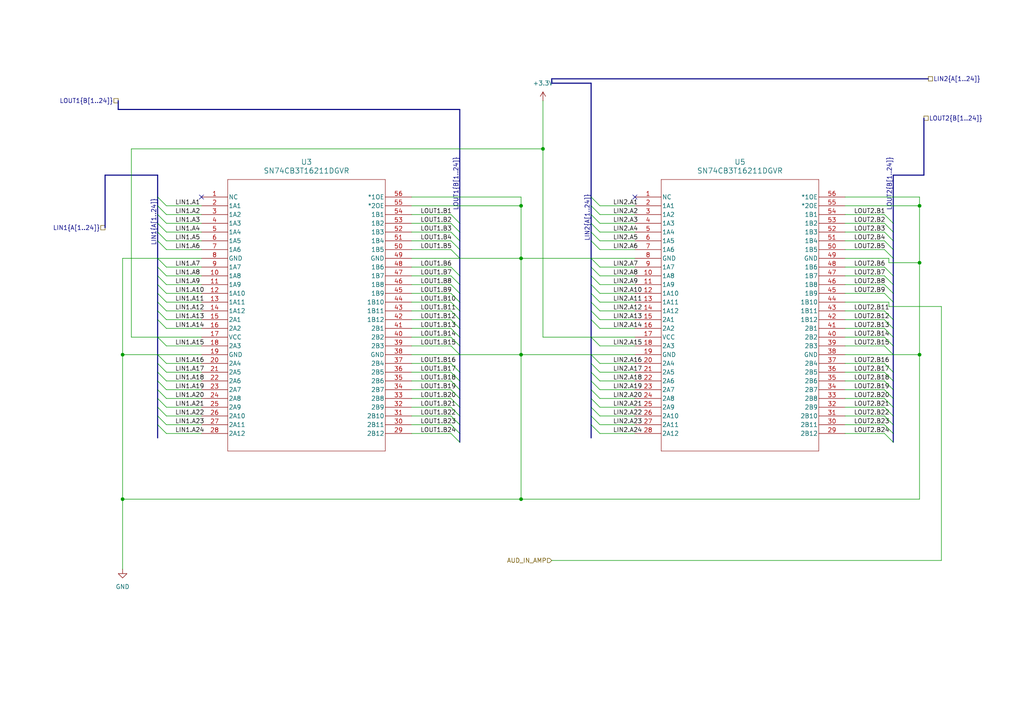
<source format=kicad_sch>
(kicad_sch
	(version 20250114)
	(generator "eeschema")
	(generator_version "9.0")
	(uuid "a165cb03-867d-4874-8a26-ee3c8dab0d11")
	(paper "A4")
	(lib_symbols
		(symbol "power:+3.3V"
			(power)
			(pin_numbers
				(hide yes)
			)
			(pin_names
				(offset 0)
				(hide yes)
			)
			(exclude_from_sim no)
			(in_bom yes)
			(on_board yes)
			(property "Reference" "#PWR"
				(at 0 -3.81 0)
				(effects
					(font
						(size 1.27 1.27)
					)
					(hide yes)
				)
			)
			(property "Value" "+3.3V"
				(at 0 3.556 0)
				(effects
					(font
						(size 1.27 1.27)
					)
				)
			)
			(property "Footprint" ""
				(at 0 0 0)
				(effects
					(font
						(size 1.27 1.27)
					)
					(hide yes)
				)
			)
			(property "Datasheet" ""
				(at 0 0 0)
				(effects
					(font
						(size 1.27 1.27)
					)
					(hide yes)
				)
			)
			(property "Description" "Power symbol creates a global label with name \"+3.3V\""
				(at 0 0 0)
				(effects
					(font
						(size 1.27 1.27)
					)
					(hide yes)
				)
			)
			(property "ki_keywords" "global power"
				(at 0 0 0)
				(effects
					(font
						(size 1.27 1.27)
					)
					(hide yes)
				)
			)
			(symbol "+3.3V_0_1"
				(polyline
					(pts
						(xy -0.762 1.27) (xy 0 2.54)
					)
					(stroke
						(width 0)
						(type default)
					)
					(fill
						(type none)
					)
				)
				(polyline
					(pts
						(xy 0 2.54) (xy 0.762 1.27)
					)
					(stroke
						(width 0)
						(type default)
					)
					(fill
						(type none)
					)
				)
				(polyline
					(pts
						(xy 0 0) (xy 0 2.54)
					)
					(stroke
						(width 0)
						(type default)
					)
					(fill
						(type none)
					)
				)
			)
			(symbol "+3.3V_1_1"
				(pin power_in line
					(at 0 0 90)
					(length 0)
					(name "~"
						(effects
							(font
								(size 1.27 1.27)
							)
						)
					)
					(number "1"
						(effects
							(font
								(size 1.27 1.27)
							)
						)
					)
				)
			)
			(embedded_fonts no)
		)
		(symbol "power:GND"
			(power)
			(pin_numbers
				(hide yes)
			)
			(pin_names
				(offset 0)
				(hide yes)
			)
			(exclude_from_sim no)
			(in_bom yes)
			(on_board yes)
			(property "Reference" "#PWR"
				(at 0 -6.35 0)
				(effects
					(font
						(size 1.27 1.27)
					)
					(hide yes)
				)
			)
			(property "Value" "GND"
				(at 0 -3.81 0)
				(effects
					(font
						(size 1.27 1.27)
					)
				)
			)
			(property "Footprint" ""
				(at 0 0 0)
				(effects
					(font
						(size 1.27 1.27)
					)
					(hide yes)
				)
			)
			(property "Datasheet" ""
				(at 0 0 0)
				(effects
					(font
						(size 1.27 1.27)
					)
					(hide yes)
				)
			)
			(property "Description" "Power symbol creates a global label with name \"GND\" , ground"
				(at 0 0 0)
				(effects
					(font
						(size 1.27 1.27)
					)
					(hide yes)
				)
			)
			(property "ki_keywords" "global power"
				(at 0 0 0)
				(effects
					(font
						(size 1.27 1.27)
					)
					(hide yes)
				)
			)
			(symbol "GND_0_1"
				(polyline
					(pts
						(xy 0 0) (xy 0 -1.27) (xy 1.27 -1.27) (xy 0 -2.54) (xy -1.27 -1.27) (xy 0 -1.27)
					)
					(stroke
						(width 0)
						(type default)
					)
					(fill
						(type none)
					)
				)
			)
			(symbol "GND_1_1"
				(pin power_in line
					(at 0 0 270)
					(length 0)
					(name "~"
						(effects
							(font
								(size 1.27 1.27)
							)
						)
					)
					(number "1"
						(effects
							(font
								(size 1.27 1.27)
							)
						)
					)
				)
			)
			(embedded_fonts no)
		)
		(symbol "sn74cb3t16211:SN74CB3T16211DGVR"
			(pin_names
				(offset 0.254)
			)
			(exclude_from_sim no)
			(in_bom yes)
			(on_board yes)
			(property "Reference" "U"
				(at 30.48 10.16 0)
				(effects
					(font
						(size 1.524 1.524)
					)
				)
			)
			(property "Value" "SN74CB3T16211DGVR"
				(at 30.48 7.62 0)
				(effects
					(font
						(size 1.524 1.524)
					)
				)
			)
			(property "Footprint" "DGV56"
				(at 0 0 0)
				(effects
					(font
						(size 1.27 1.27)
						(italic yes)
					)
					(hide yes)
				)
			)
			(property "Datasheet" "SN74CB3T16211DGVR"
				(at 0 0 0)
				(effects
					(font
						(size 1.27 1.27)
						(italic yes)
					)
					(hide yes)
				)
			)
			(property "Description" ""
				(at 0 0 0)
				(effects
					(font
						(size 1.27 1.27)
					)
					(hide yes)
				)
			)
			(property "ki_locked" ""
				(at 0 0 0)
				(effects
					(font
						(size 1.27 1.27)
					)
				)
			)
			(property "ki_keywords" "SN74CB3T16211DGVR"
				(at 0 0 0)
				(effects
					(font
						(size 1.27 1.27)
					)
					(hide yes)
				)
			)
			(property "ki_fp_filters" "DGV56 DGV56-M DGV56-L"
				(at 0 0 0)
				(effects
					(font
						(size 1.27 1.27)
					)
					(hide yes)
				)
			)
			(symbol "SN74CB3T16211DGVR_0_1"
				(polyline
					(pts
						(xy 7.62 5.08) (xy 7.62 -73.66)
					)
					(stroke
						(width 0.127)
						(type default)
					)
					(fill
						(type none)
					)
				)
				(polyline
					(pts
						(xy 7.62 -73.66) (xy 53.34 -73.66)
					)
					(stroke
						(width 0.127)
						(type default)
					)
					(fill
						(type none)
					)
				)
				(polyline
					(pts
						(xy 53.34 5.08) (xy 7.62 5.08)
					)
					(stroke
						(width 0.127)
						(type default)
					)
					(fill
						(type none)
					)
				)
				(polyline
					(pts
						(xy 53.34 -73.66) (xy 53.34 5.08)
					)
					(stroke
						(width 0.127)
						(type default)
					)
					(fill
						(type none)
					)
				)
				(pin unspecified line
					(at 0 0 0)
					(length 7.62)
					(name "NC"
						(effects
							(font
								(size 1.27 1.27)
							)
						)
					)
					(number "1"
						(effects
							(font
								(size 1.27 1.27)
							)
						)
					)
				)
				(pin bidirectional line
					(at 0 -2.54 0)
					(length 7.62)
					(name "1A1"
						(effects
							(font
								(size 1.27 1.27)
							)
						)
					)
					(number "2"
						(effects
							(font
								(size 1.27 1.27)
							)
						)
					)
				)
				(pin bidirectional line
					(at 0 -5.08 0)
					(length 7.62)
					(name "1A2"
						(effects
							(font
								(size 1.27 1.27)
							)
						)
					)
					(number "3"
						(effects
							(font
								(size 1.27 1.27)
							)
						)
					)
				)
				(pin bidirectional line
					(at 0 -7.62 0)
					(length 7.62)
					(name "1A3"
						(effects
							(font
								(size 1.27 1.27)
							)
						)
					)
					(number "4"
						(effects
							(font
								(size 1.27 1.27)
							)
						)
					)
				)
				(pin bidirectional line
					(at 0 -10.16 0)
					(length 7.62)
					(name "1A4"
						(effects
							(font
								(size 1.27 1.27)
							)
						)
					)
					(number "5"
						(effects
							(font
								(size 1.27 1.27)
							)
						)
					)
				)
				(pin bidirectional line
					(at 0 -12.7 0)
					(length 7.62)
					(name "1A5"
						(effects
							(font
								(size 1.27 1.27)
							)
						)
					)
					(number "6"
						(effects
							(font
								(size 1.27 1.27)
							)
						)
					)
				)
				(pin bidirectional line
					(at 0 -15.24 0)
					(length 7.62)
					(name "1A6"
						(effects
							(font
								(size 1.27 1.27)
							)
						)
					)
					(number "7"
						(effects
							(font
								(size 1.27 1.27)
							)
						)
					)
				)
				(pin power_in line
					(at 0 -17.78 0)
					(length 7.62)
					(name "GND"
						(effects
							(font
								(size 1.27 1.27)
							)
						)
					)
					(number "8"
						(effects
							(font
								(size 1.27 1.27)
							)
						)
					)
				)
				(pin bidirectional line
					(at 0 -20.32 0)
					(length 7.62)
					(name "1A7"
						(effects
							(font
								(size 1.27 1.27)
							)
						)
					)
					(number "9"
						(effects
							(font
								(size 1.27 1.27)
							)
						)
					)
				)
				(pin bidirectional line
					(at 0 -22.86 0)
					(length 7.62)
					(name "1A8"
						(effects
							(font
								(size 1.27 1.27)
							)
						)
					)
					(number "10"
						(effects
							(font
								(size 1.27 1.27)
							)
						)
					)
				)
				(pin bidirectional line
					(at 0 -25.4 0)
					(length 7.62)
					(name "1A9"
						(effects
							(font
								(size 1.27 1.27)
							)
						)
					)
					(number "11"
						(effects
							(font
								(size 1.27 1.27)
							)
						)
					)
				)
				(pin bidirectional line
					(at 0 -27.94 0)
					(length 7.62)
					(name "1A10"
						(effects
							(font
								(size 1.27 1.27)
							)
						)
					)
					(number "12"
						(effects
							(font
								(size 1.27 1.27)
							)
						)
					)
				)
				(pin bidirectional line
					(at 0 -30.48 0)
					(length 7.62)
					(name "1A11"
						(effects
							(font
								(size 1.27 1.27)
							)
						)
					)
					(number "13"
						(effects
							(font
								(size 1.27 1.27)
							)
						)
					)
				)
				(pin bidirectional line
					(at 0 -33.02 0)
					(length 7.62)
					(name "1A12"
						(effects
							(font
								(size 1.27 1.27)
							)
						)
					)
					(number "14"
						(effects
							(font
								(size 1.27 1.27)
							)
						)
					)
				)
				(pin power_in line
					(at 0 -35.56 0)
					(length 7.62)
					(name "2A1"
						(effects
							(font
								(size 1.27 1.27)
							)
						)
					)
					(number "15"
						(effects
							(font
								(size 1.27 1.27)
							)
						)
					)
				)
				(pin bidirectional line
					(at 0 -38.1 0)
					(length 7.62)
					(name "2A2"
						(effects
							(font
								(size 1.27 1.27)
							)
						)
					)
					(number "16"
						(effects
							(font
								(size 1.27 1.27)
							)
						)
					)
				)
				(pin power_in line
					(at 0 -40.64 0)
					(length 7.62)
					(name "VCC"
						(effects
							(font
								(size 1.27 1.27)
							)
						)
					)
					(number "17"
						(effects
							(font
								(size 1.27 1.27)
							)
						)
					)
				)
				(pin bidirectional line
					(at 0 -43.18 0)
					(length 7.62)
					(name "2A3"
						(effects
							(font
								(size 1.27 1.27)
							)
						)
					)
					(number "18"
						(effects
							(font
								(size 1.27 1.27)
							)
						)
					)
				)
				(pin power_in line
					(at 0 -45.72 0)
					(length 7.62)
					(name "GND"
						(effects
							(font
								(size 1.27 1.27)
							)
						)
					)
					(number "19"
						(effects
							(font
								(size 1.27 1.27)
							)
						)
					)
				)
				(pin bidirectional line
					(at 0 -48.26 0)
					(length 7.62)
					(name "2A4"
						(effects
							(font
								(size 1.27 1.27)
							)
						)
					)
					(number "20"
						(effects
							(font
								(size 1.27 1.27)
							)
						)
					)
				)
				(pin bidirectional line
					(at 0 -50.8 0)
					(length 7.62)
					(name "2A5"
						(effects
							(font
								(size 1.27 1.27)
							)
						)
					)
					(number "21"
						(effects
							(font
								(size 1.27 1.27)
							)
						)
					)
				)
				(pin bidirectional line
					(at 0 -53.34 0)
					(length 7.62)
					(name "2A6"
						(effects
							(font
								(size 1.27 1.27)
							)
						)
					)
					(number "22"
						(effects
							(font
								(size 1.27 1.27)
							)
						)
					)
				)
				(pin bidirectional line
					(at 0 -55.88 0)
					(length 7.62)
					(name "2A7"
						(effects
							(font
								(size 1.27 1.27)
							)
						)
					)
					(number "23"
						(effects
							(font
								(size 1.27 1.27)
							)
						)
					)
				)
				(pin bidirectional line
					(at 0 -58.42 0)
					(length 7.62)
					(name "2A8"
						(effects
							(font
								(size 1.27 1.27)
							)
						)
					)
					(number "24"
						(effects
							(font
								(size 1.27 1.27)
							)
						)
					)
				)
				(pin bidirectional line
					(at 0 -60.96 0)
					(length 7.62)
					(name "2A9"
						(effects
							(font
								(size 1.27 1.27)
							)
						)
					)
					(number "25"
						(effects
							(font
								(size 1.27 1.27)
							)
						)
					)
				)
				(pin bidirectional line
					(at 0 -63.5 0)
					(length 7.62)
					(name "2A10"
						(effects
							(font
								(size 1.27 1.27)
							)
						)
					)
					(number "26"
						(effects
							(font
								(size 1.27 1.27)
							)
						)
					)
				)
				(pin bidirectional line
					(at 0 -66.04 0)
					(length 7.62)
					(name "2A11"
						(effects
							(font
								(size 1.27 1.27)
							)
						)
					)
					(number "27"
						(effects
							(font
								(size 1.27 1.27)
							)
						)
					)
				)
				(pin bidirectional line
					(at 0 -68.58 0)
					(length 7.62)
					(name "2A12"
						(effects
							(font
								(size 1.27 1.27)
							)
						)
					)
					(number "28"
						(effects
							(font
								(size 1.27 1.27)
							)
						)
					)
				)
				(pin input line
					(at 60.96 0 180)
					(length 7.62)
					(name "*1OE"
						(effects
							(font
								(size 1.27 1.27)
							)
						)
					)
					(number "56"
						(effects
							(font
								(size 1.27 1.27)
							)
						)
					)
				)
				(pin input line
					(at 60.96 -2.54 180)
					(length 7.62)
					(name "*2OE"
						(effects
							(font
								(size 1.27 1.27)
							)
						)
					)
					(number "55"
						(effects
							(font
								(size 1.27 1.27)
							)
						)
					)
				)
				(pin bidirectional line
					(at 60.96 -5.08 180)
					(length 7.62)
					(name "1B1"
						(effects
							(font
								(size 1.27 1.27)
							)
						)
					)
					(number "54"
						(effects
							(font
								(size 1.27 1.27)
							)
						)
					)
				)
				(pin bidirectional line
					(at 60.96 -7.62 180)
					(length 7.62)
					(name "1B2"
						(effects
							(font
								(size 1.27 1.27)
							)
						)
					)
					(number "53"
						(effects
							(font
								(size 1.27 1.27)
							)
						)
					)
				)
				(pin bidirectional line
					(at 60.96 -10.16 180)
					(length 7.62)
					(name "1B3"
						(effects
							(font
								(size 1.27 1.27)
							)
						)
					)
					(number "52"
						(effects
							(font
								(size 1.27 1.27)
							)
						)
					)
				)
				(pin bidirectional line
					(at 60.96 -12.7 180)
					(length 7.62)
					(name "1B4"
						(effects
							(font
								(size 1.27 1.27)
							)
						)
					)
					(number "51"
						(effects
							(font
								(size 1.27 1.27)
							)
						)
					)
				)
				(pin bidirectional line
					(at 60.96 -15.24 180)
					(length 7.62)
					(name "1B5"
						(effects
							(font
								(size 1.27 1.27)
							)
						)
					)
					(number "50"
						(effects
							(font
								(size 1.27 1.27)
							)
						)
					)
				)
				(pin power_in line
					(at 60.96 -17.78 180)
					(length 7.62)
					(name "GND"
						(effects
							(font
								(size 1.27 1.27)
							)
						)
					)
					(number "49"
						(effects
							(font
								(size 1.27 1.27)
							)
						)
					)
				)
				(pin bidirectional line
					(at 60.96 -20.32 180)
					(length 7.62)
					(name "1B6"
						(effects
							(font
								(size 1.27 1.27)
							)
						)
					)
					(number "48"
						(effects
							(font
								(size 1.27 1.27)
							)
						)
					)
				)
				(pin bidirectional line
					(at 60.96 -22.86 180)
					(length 7.62)
					(name "1B7"
						(effects
							(font
								(size 1.27 1.27)
							)
						)
					)
					(number "47"
						(effects
							(font
								(size 1.27 1.27)
							)
						)
					)
				)
				(pin bidirectional line
					(at 60.96 -25.4 180)
					(length 7.62)
					(name "1B8"
						(effects
							(font
								(size 1.27 1.27)
							)
						)
					)
					(number "46"
						(effects
							(font
								(size 1.27 1.27)
							)
						)
					)
				)
				(pin bidirectional line
					(at 60.96 -27.94 180)
					(length 7.62)
					(name "1B9"
						(effects
							(font
								(size 1.27 1.27)
							)
						)
					)
					(number "45"
						(effects
							(font
								(size 1.27 1.27)
							)
						)
					)
				)
				(pin bidirectional line
					(at 60.96 -30.48 180)
					(length 7.62)
					(name "1B10"
						(effects
							(font
								(size 1.27 1.27)
							)
						)
					)
					(number "44"
						(effects
							(font
								(size 1.27 1.27)
							)
						)
					)
				)
				(pin bidirectional line
					(at 60.96 -33.02 180)
					(length 7.62)
					(name "1B11"
						(effects
							(font
								(size 1.27 1.27)
							)
						)
					)
					(number "43"
						(effects
							(font
								(size 1.27 1.27)
							)
						)
					)
				)
				(pin bidirectional line
					(at 60.96 -35.56 180)
					(length 7.62)
					(name "1B12"
						(effects
							(font
								(size 1.27 1.27)
							)
						)
					)
					(number "42"
						(effects
							(font
								(size 1.27 1.27)
							)
						)
					)
				)
				(pin bidirectional line
					(at 60.96 -38.1 180)
					(length 7.62)
					(name "2B1"
						(effects
							(font
								(size 1.27 1.27)
							)
						)
					)
					(number "41"
						(effects
							(font
								(size 1.27 1.27)
							)
						)
					)
				)
				(pin bidirectional line
					(at 60.96 -40.64 180)
					(length 7.62)
					(name "2B2"
						(effects
							(font
								(size 1.27 1.27)
							)
						)
					)
					(number "40"
						(effects
							(font
								(size 1.27 1.27)
							)
						)
					)
				)
				(pin bidirectional line
					(at 60.96 -43.18 180)
					(length 7.62)
					(name "2B3"
						(effects
							(font
								(size 1.27 1.27)
							)
						)
					)
					(number "39"
						(effects
							(font
								(size 1.27 1.27)
							)
						)
					)
				)
				(pin power_in line
					(at 60.96 -45.72 180)
					(length 7.62)
					(name "GND"
						(effects
							(font
								(size 1.27 1.27)
							)
						)
					)
					(number "38"
						(effects
							(font
								(size 1.27 1.27)
							)
						)
					)
				)
				(pin bidirectional line
					(at 60.96 -48.26 180)
					(length 7.62)
					(name "2B4"
						(effects
							(font
								(size 1.27 1.27)
							)
						)
					)
					(number "37"
						(effects
							(font
								(size 1.27 1.27)
							)
						)
					)
				)
				(pin bidirectional line
					(at 60.96 -50.8 180)
					(length 7.62)
					(name "2B5"
						(effects
							(font
								(size 1.27 1.27)
							)
						)
					)
					(number "36"
						(effects
							(font
								(size 1.27 1.27)
							)
						)
					)
				)
				(pin bidirectional line
					(at 60.96 -53.34 180)
					(length 7.62)
					(name "2B6"
						(effects
							(font
								(size 1.27 1.27)
							)
						)
					)
					(number "35"
						(effects
							(font
								(size 1.27 1.27)
							)
						)
					)
				)
				(pin bidirectional line
					(at 60.96 -55.88 180)
					(length 7.62)
					(name "2B7"
						(effects
							(font
								(size 1.27 1.27)
							)
						)
					)
					(number "34"
						(effects
							(font
								(size 1.27 1.27)
							)
						)
					)
				)
				(pin bidirectional line
					(at 60.96 -58.42 180)
					(length 7.62)
					(name "2B8"
						(effects
							(font
								(size 1.27 1.27)
							)
						)
					)
					(number "33"
						(effects
							(font
								(size 1.27 1.27)
							)
						)
					)
				)
				(pin bidirectional line
					(at 60.96 -60.96 180)
					(length 7.62)
					(name "2B9"
						(effects
							(font
								(size 1.27 1.27)
							)
						)
					)
					(number "32"
						(effects
							(font
								(size 1.27 1.27)
							)
						)
					)
				)
				(pin bidirectional line
					(at 60.96 -63.5 180)
					(length 7.62)
					(name "2B10"
						(effects
							(font
								(size 1.27 1.27)
							)
						)
					)
					(number "31"
						(effects
							(font
								(size 1.27 1.27)
							)
						)
					)
				)
				(pin bidirectional line
					(at 60.96 -66.04 180)
					(length 7.62)
					(name "2B11"
						(effects
							(font
								(size 1.27 1.27)
							)
						)
					)
					(number "30"
						(effects
							(font
								(size 1.27 1.27)
							)
						)
					)
				)
				(pin bidirectional line
					(at 60.96 -68.58 180)
					(length 7.62)
					(name "2B12"
						(effects
							(font
								(size 1.27 1.27)
							)
						)
					)
					(number "29"
						(effects
							(font
								(size 1.27 1.27)
							)
						)
					)
				)
			)
			(embedded_fonts no)
		)
	)
	(junction
		(at 266.7 59.69)
		(diameter 0)
		(color 0 0 0 0)
		(uuid "1902c97b-4fe8-4c2c-b63c-b99330d5b05c")
	)
	(junction
		(at 151.13 144.78)
		(diameter 0)
		(color 0 0 0 0)
		(uuid "2527d0e4-1aa2-4efb-b45c-ab0d5a9a52d6")
	)
	(junction
		(at 266.7 102.87)
		(diameter 0)
		(color 0 0 0 0)
		(uuid "356ca94b-0986-4e53-861a-9c1fd84e9ae2")
	)
	(junction
		(at 266.7 76.2)
		(diameter 0)
		(color 0 0 0 0)
		(uuid "5a3a98da-41a4-49c8-ae98-a5e110cf1e81")
	)
	(junction
		(at 151.13 102.87)
		(diameter 0)
		(color 0 0 0 0)
		(uuid "5e800b7d-3aa3-4e6f-9933-ab9b1141d0d1")
	)
	(junction
		(at 35.56 102.87)
		(diameter 0)
		(color 0 0 0 0)
		(uuid "731236cc-8137-4085-9a35-048aa97b0545")
	)
	(junction
		(at 157.48 43.18)
		(diameter 0)
		(color 0 0 0 0)
		(uuid "971c0fd5-befb-438c-99c5-b3c136533e64")
	)
	(junction
		(at 151.13 59.69)
		(diameter 0)
		(color 0 0 0 0)
		(uuid "b9127247-328a-4bf3-b450-166bd2bc8ddd")
	)
	(junction
		(at 35.56 144.78)
		(diameter 0)
		(color 0 0 0 0)
		(uuid "e3a42a75-3ef7-49e1-b390-3ba72277eb55")
	)
	(junction
		(at 151.13 74.93)
		(diameter 0)
		(color 0 0 0 0)
		(uuid "ef2c811b-ea3a-4a08-981d-442b2e61cc38")
	)
	(no_connect
		(at 184.15 57.15)
		(uuid "ced140c8-be7b-49b7-8f52-89cd3ecd2741")
	)
	(no_connect
		(at 58.42 57.15)
		(uuid "ee5aa986-513a-4c75-89f4-efeee7eee5a3")
	)
	(bus_entry
		(at 256.54 90.17)
		(size 2.54 2.54)
		(stroke
			(width 0)
			(type default)
		)
		(uuid "04c0a0ff-442b-45f6-b75f-0edc25f98396")
	)
	(bus_entry
		(at 171.45 123.19)
		(size 2.54 2.54)
		(stroke
			(width 0)
			(type default)
		)
		(uuid "04d22dd5-d825-4145-8d2b-67c0734fe94d")
	)
	(bus_entry
		(at 256.54 118.11)
		(size 2.54 2.54)
		(stroke
			(width 0)
			(type default)
		)
		(uuid "0654a554-6da9-46ab-bc48-ce811649338c")
	)
	(bus_entry
		(at 130.81 72.39)
		(size 2.54 2.54)
		(stroke
			(width 0)
			(type default)
		)
		(uuid "0c95ed12-c7a5-4039-8f59-559e8e55c2f5")
	)
	(bus_entry
		(at 130.81 62.23)
		(size 2.54 2.54)
		(stroke
			(width 0)
			(type default)
		)
		(uuid "0e599759-5b40-4311-b195-ad9f78e50ef6")
	)
	(bus_entry
		(at 171.45 80.01)
		(size 2.54 2.54)
		(stroke
			(width 0)
			(type default)
		)
		(uuid "10525a19-b7db-49f4-8076-3be175bd88cc")
	)
	(bus_entry
		(at 171.45 67.31)
		(size 2.54 2.54)
		(stroke
			(width 0)
			(type default)
		)
		(uuid "1181e3b8-4e97-49f8-b29c-0e1fbd2d409e")
	)
	(bus_entry
		(at 256.54 67.31)
		(size 2.54 2.54)
		(stroke
			(width 0)
			(type default)
		)
		(uuid "12931bf3-00cb-41aa-b1bb-e4e6c2dae914")
	)
	(bus_entry
		(at 45.72 74.93)
		(size 2.54 2.54)
		(stroke
			(width 0)
			(type default)
		)
		(uuid "1635ad87-a0fc-4ae3-94b2-0948648cd08e")
	)
	(bus_entry
		(at 45.72 97.79)
		(size 2.54 2.54)
		(stroke
			(width 0)
			(type default)
		)
		(uuid "16685299-115a-4a49-9f6a-f9072a1bc6cb")
	)
	(bus_entry
		(at 256.54 100.33)
		(size 2.54 2.54)
		(stroke
			(width 0)
			(type default)
		)
		(uuid "1b4ccafc-98ad-4e93-b933-73ae7421dede")
	)
	(bus_entry
		(at 45.72 82.55)
		(size 2.54 2.54)
		(stroke
			(width 0)
			(type default)
		)
		(uuid "1d10af25-3d3b-4586-8e13-b936ea1fb3c5")
	)
	(bus_entry
		(at 256.54 80.01)
		(size 2.54 2.54)
		(stroke
			(width 0)
			(type default)
		)
		(uuid "1d4133ea-03c9-49c5-a633-de05b1a20f7d")
	)
	(bus_entry
		(at 130.81 82.55)
		(size 2.54 2.54)
		(stroke
			(width 0)
			(type default)
		)
		(uuid "1f214aa3-7a65-43d3-9d08-a9811cd04529")
	)
	(bus_entry
		(at 130.81 110.49)
		(size 2.54 2.54)
		(stroke
			(width 0)
			(type default)
		)
		(uuid "224fb53a-ff8a-4795-9c5e-f5aabf183e2c")
	)
	(bus_entry
		(at 256.54 77.47)
		(size 2.54 2.54)
		(stroke
			(width 0)
			(type default)
		)
		(uuid "22b5fbd1-df1b-49f9-bc15-e0aa18055829")
	)
	(bus_entry
		(at 171.45 97.79)
		(size 2.54 2.54)
		(stroke
			(width 0)
			(type default)
		)
		(uuid "2804a222-143f-4d42-a723-cd213c5b2c50")
	)
	(bus_entry
		(at 130.81 77.47)
		(size 2.54 2.54)
		(stroke
			(width 0)
			(type default)
		)
		(uuid "29935b10-6c38-44fb-b0dc-07d36d373dc7")
	)
	(bus_entry
		(at 45.72 85.09)
		(size 2.54 2.54)
		(stroke
			(width 0)
			(type default)
		)
		(uuid "2a5ea080-eef7-43b3-9fb0-c9cee0f6eb3f")
	)
	(bus_entry
		(at 45.72 102.87)
		(size 2.54 2.54)
		(stroke
			(width 0)
			(type default)
		)
		(uuid "2e1eed98-eaa4-4cf6-b422-49ca7dfb009a")
	)
	(bus_entry
		(at 45.72 67.31)
		(size 2.54 2.54)
		(stroke
			(width 0)
			(type default)
		)
		(uuid "2f785ea4-3b00-4edb-baea-53715f95c791")
	)
	(bus_entry
		(at 256.54 69.85)
		(size 2.54 2.54)
		(stroke
			(width 0)
			(type default)
		)
		(uuid "313d7930-b8e1-4daf-ab4b-9bd5ea5c962f")
	)
	(bus_entry
		(at 256.54 72.39)
		(size 2.54 2.54)
		(stroke
			(width 0)
			(type default)
		)
		(uuid "318cbeed-b826-4e1d-a0ad-0bb7950c8b80")
	)
	(bus_entry
		(at 171.45 87.63)
		(size 2.54 2.54)
		(stroke
			(width 0)
			(type default)
		)
		(uuid "3389ee92-bf28-425d-b3d2-aac959686300")
	)
	(bus_entry
		(at 256.54 95.25)
		(size 2.54 2.54)
		(stroke
			(width 0)
			(type default)
		)
		(uuid "35e6af2c-6363-466d-903a-7388f60a97cd")
	)
	(bus_entry
		(at 45.72 87.63)
		(size 2.54 2.54)
		(stroke
			(width 0)
			(type default)
		)
		(uuid "3d619283-3bbe-457f-884e-6d00d0059e37")
	)
	(bus_entry
		(at 45.72 90.17)
		(size 2.54 2.54)
		(stroke
			(width 0)
			(type default)
		)
		(uuid "40503753-2992-4f88-873d-b1c6cdcea988")
	)
	(bus_entry
		(at 45.72 92.71)
		(size 2.54 2.54)
		(stroke
			(width 0)
			(type default)
		)
		(uuid "4287fd08-4dee-4676-8e24-0d6f04f1e446")
	)
	(bus_entry
		(at 45.72 118.11)
		(size 2.54 2.54)
		(stroke
			(width 0)
			(type default)
		)
		(uuid "4915d294-aa09-408a-97be-9f69007da93c")
	)
	(bus_entry
		(at 130.81 125.73)
		(size 2.54 2.54)
		(stroke
			(width 0)
			(type default)
		)
		(uuid "49404679-9d2e-4960-994d-0bcc92c80141")
	)
	(bus_entry
		(at 171.45 82.55)
		(size 2.54 2.54)
		(stroke
			(width 0)
			(type default)
		)
		(uuid "4967a6f3-b36a-4534-a0fb-6f7309cac35b")
	)
	(bus_entry
		(at 45.72 120.65)
		(size 2.54 2.54)
		(stroke
			(width 0)
			(type default)
		)
		(uuid "49fcfc39-caf7-48ef-8492-a481625d26db")
	)
	(bus_entry
		(at 45.72 80.01)
		(size 2.54 2.54)
		(stroke
			(width 0)
			(type default)
		)
		(uuid "4c697c15-887b-4088-bddf-b8046e418f48")
	)
	(bus_entry
		(at 130.81 105.41)
		(size 2.54 2.54)
		(stroke
			(width 0)
			(type default)
		)
		(uuid "4d453b5f-918d-440f-90bf-2e2b356e52a4")
	)
	(bus_entry
		(at 45.72 62.23)
		(size 2.54 2.54)
		(stroke
			(width 0)
			(type default)
		)
		(uuid "53163cc0-0d16-4175-9177-a7a9bc1db283")
	)
	(bus_entry
		(at 256.54 92.71)
		(size 2.54 2.54)
		(stroke
			(width 0)
			(type default)
		)
		(uuid "58b976d0-5472-4f60-b8e0-e2fa7e0fdad7")
	)
	(bus_entry
		(at 256.54 64.77)
		(size 2.54 2.54)
		(stroke
			(width 0)
			(type default)
		)
		(uuid "597cd1ce-15b9-4ec1-b4d4-5483f4d285b7")
	)
	(bus_entry
		(at 130.81 95.25)
		(size 2.54 2.54)
		(stroke
			(width 0)
			(type default)
		)
		(uuid "5e793fa0-dce1-4f1d-b408-edf112011e8c")
	)
	(bus_entry
		(at 171.45 115.57)
		(size 2.54 2.54)
		(stroke
			(width 0)
			(type default)
		)
		(uuid "5f36193f-d5b4-4cb3-b000-6c352cb8a26a")
	)
	(bus_entry
		(at 256.54 107.95)
		(size 2.54 2.54)
		(stroke
			(width 0)
			(type default)
		)
		(uuid "65bcfac1-76ab-4715-8ab5-635da571d7e6")
	)
	(bus_entry
		(at 130.81 80.01)
		(size 2.54 2.54)
		(stroke
			(width 0)
			(type default)
		)
		(uuid "681c1676-bf23-4f35-b5ea-f2da16dc535f")
	)
	(bus_entry
		(at 45.72 107.95)
		(size 2.54 2.54)
		(stroke
			(width 0)
			(type default)
		)
		(uuid "68c9f291-d1b5-41de-84fd-221841284143")
	)
	(bus_entry
		(at 130.81 97.79)
		(size 2.54 2.54)
		(stroke
			(width 0)
			(type default)
		)
		(uuid "6ce07ef5-2dd8-45f0-b725-e5bd62802cae")
	)
	(bus_entry
		(at 130.81 85.09)
		(size 2.54 2.54)
		(stroke
			(width 0)
			(type default)
		)
		(uuid "6ea33fc9-99c6-46a7-8c90-6ee4582b3eff")
	)
	(bus_entry
		(at 171.45 105.41)
		(size 2.54 2.54)
		(stroke
			(width 0)
			(type default)
		)
		(uuid "7713261f-5317-4ae8-8832-c249e4816c13")
	)
	(bus_entry
		(at 45.72 115.57)
		(size 2.54 2.54)
		(stroke
			(width 0)
			(type default)
		)
		(uuid "7c4eae8d-99db-490a-9857-83e15355b85d")
	)
	(bus_entry
		(at 171.45 102.87)
		(size 2.54 2.54)
		(stroke
			(width 0)
			(type default)
		)
		(uuid "7d9dbe5b-261e-4250-a0c4-14f7bcd56279")
	)
	(bus_entry
		(at 130.81 120.65)
		(size 2.54 2.54)
		(stroke
			(width 0)
			(type default)
		)
		(uuid "7e24ad10-3205-4a8f-971e-707f32ab890e")
	)
	(bus_entry
		(at 130.81 118.11)
		(size 2.54 2.54)
		(stroke
			(width 0)
			(type default)
		)
		(uuid "7e734dd8-cca8-4779-a91a-c6810f7c0103")
	)
	(bus_entry
		(at 171.45 110.49)
		(size 2.54 2.54)
		(stroke
			(width 0)
			(type default)
		)
		(uuid "7f01d85d-6bd2-42d3-9a1c-95f10269d45f")
	)
	(bus_entry
		(at 171.45 120.65)
		(size 2.54 2.54)
		(stroke
			(width 0)
			(type default)
		)
		(uuid "7f6333aa-5ae6-4fd6-9ea9-2dff289c1b95")
	)
	(bus_entry
		(at 256.54 120.65)
		(size 2.54 2.54)
		(stroke
			(width 0)
			(type default)
		)
		(uuid "7ff1f81f-46ff-4fc1-b74b-655d62044098")
	)
	(bus_entry
		(at 171.45 74.93)
		(size 2.54 2.54)
		(stroke
			(width 0)
			(type default)
		)
		(uuid "80089c46-f870-4aa3-a017-e3a6b42dcdc0")
	)
	(bus_entry
		(at 256.54 125.73)
		(size 2.54 2.54)
		(stroke
			(width 0)
			(type default)
		)
		(uuid "81216216-b1ac-4375-acb1-8fcabd144e9f")
	)
	(bus_entry
		(at 130.81 92.71)
		(size 2.54 2.54)
		(stroke
			(width 0)
			(type default)
		)
		(uuid "83a26dfd-7f92-4c9b-b93b-7ced141d03b4")
	)
	(bus_entry
		(at 256.54 123.19)
		(size 2.54 2.54)
		(stroke
			(width 0)
			(type default)
		)
		(uuid "84231a57-dc21-41f6-8c24-fd79c2294eab")
	)
	(bus_entry
		(at 45.72 57.15)
		(size 2.54 2.54)
		(stroke
			(width 0)
			(type default)
		)
		(uuid "85cb5763-2fe5-458c-ab05-84a1431876f8")
	)
	(bus_entry
		(at 45.72 110.49)
		(size 2.54 2.54)
		(stroke
			(width 0)
			(type default)
		)
		(uuid "89dd1aaf-8139-4d72-941e-2e4363a4942b")
	)
	(bus_entry
		(at 45.72 113.03)
		(size 2.54 2.54)
		(stroke
			(width 0)
			(type default)
		)
		(uuid "8d331eb3-3cf6-4199-b863-86811312b7da")
	)
	(bus_entry
		(at 45.72 69.85)
		(size 2.54 2.54)
		(stroke
			(width 0)
			(type default)
		)
		(uuid "8e5891a5-4c40-4fa8-9851-9774312f6a06")
	)
	(bus_entry
		(at 171.45 90.17)
		(size 2.54 2.54)
		(stroke
			(width 0)
			(type default)
		)
		(uuid "9127e70b-aec5-4331-823f-20ec57efaa57")
	)
	(bus_entry
		(at 130.81 87.63)
		(size 2.54 2.54)
		(stroke
			(width 0)
			(type default)
		)
		(uuid "9ea12fda-737a-469a-a87b-ba00d7c03c6a")
	)
	(bus_entry
		(at 45.72 105.41)
		(size 2.54 2.54)
		(stroke
			(width 0)
			(type default)
		)
		(uuid "a895beb7-ce5e-463b-b996-168ebc6eb643")
	)
	(bus_entry
		(at 130.81 67.31)
		(size 2.54 2.54)
		(stroke
			(width 0)
			(type default)
		)
		(uuid "ab1f09c7-81c5-4a8f-a602-bcb7c56b2c17")
	)
	(bus_entry
		(at 45.72 64.77)
		(size 2.54 2.54)
		(stroke
			(width 0)
			(type default)
		)
		(uuid "abd19155-4437-43c9-a64a-489640386112")
	)
	(bus_entry
		(at 130.81 64.77)
		(size 2.54 2.54)
		(stroke
			(width 0)
			(type default)
		)
		(uuid "abe8b792-52c3-4984-8335-4cff294fe9c0")
	)
	(bus_entry
		(at 130.81 69.85)
		(size 2.54 2.54)
		(stroke
			(width 0)
			(type default)
		)
		(uuid "acdf8470-5362-4002-9ba4-93174d44284f")
	)
	(bus_entry
		(at 256.54 85.09)
		(size 2.54 2.54)
		(stroke
			(width 0)
			(type default)
		)
		(uuid "b17c362b-c802-49db-bb9b-d15cf50e3ec0")
	)
	(bus_entry
		(at 171.45 77.47)
		(size 2.54 2.54)
		(stroke
			(width 0)
			(type default)
		)
		(uuid "b9645b62-80ef-44cb-acd6-70555608ee37")
	)
	(bus_entry
		(at 256.54 97.79)
		(size 2.54 2.54)
		(stroke
			(width 0)
			(type default)
		)
		(uuid "bb8a261d-e0cc-4f81-8adc-e51e38041b47")
	)
	(bus_entry
		(at 171.45 118.11)
		(size 2.54 2.54)
		(stroke
			(width 0)
			(type default)
		)
		(uuid "bef1e2f2-ab4f-47da-b385-72b409d5abec")
	)
	(bus_entry
		(at 130.81 100.33)
		(size 2.54 2.54)
		(stroke
			(width 0)
			(type default)
		)
		(uuid "bf2a29fe-5148-41af-aa94-e2d8e02b2c5f")
	)
	(bus_entry
		(at 171.45 57.15)
		(size 2.54 2.54)
		(stroke
			(width 0)
			(type default)
		)
		(uuid "c059a618-06b2-4bcb-94a6-b03f7d62ad94")
	)
	(bus_entry
		(at 171.45 59.69)
		(size 2.54 2.54)
		(stroke
			(width 0)
			(type default)
		)
		(uuid "c1c3ee06-4e8e-4636-9aac-c70097e96f71")
	)
	(bus_entry
		(at 130.81 107.95)
		(size 2.54 2.54)
		(stroke
			(width 0)
			(type default)
		)
		(uuid "c5c6ca5e-dc22-4b2e-baba-2fc92dbeaa1f")
	)
	(bus_entry
		(at 171.45 85.09)
		(size 2.54 2.54)
		(stroke
			(width 0)
			(type default)
		)
		(uuid "c7f8c560-7f08-46eb-aa5a-acc577ea6f74")
	)
	(bus_entry
		(at 45.72 123.19)
		(size 2.54 2.54)
		(stroke
			(width 0)
			(type default)
		)
		(uuid "cfd3b0c2-0782-48df-885a-4425d11e5013")
	)
	(bus_entry
		(at 256.54 115.57)
		(size 2.54 2.54)
		(stroke
			(width 0)
			(type default)
		)
		(uuid "d71203ae-3d99-4730-95d6-0455cae68714")
	)
	(bus_entry
		(at 171.45 69.85)
		(size 2.54 2.54)
		(stroke
			(width 0)
			(type default)
		)
		(uuid "d7abf478-00d4-4b0b-948b-a38b2f828ae1")
	)
	(bus_entry
		(at 256.54 105.41)
		(size 2.54 2.54)
		(stroke
			(width 0)
			(type default)
		)
		(uuid "dd1cfa6f-7da5-4b56-ad8c-7f6fc592ccb1")
	)
	(bus_entry
		(at 256.54 82.55)
		(size 2.54 2.54)
		(stroke
			(width 0)
			(type default)
		)
		(uuid "de54d6ae-e5c0-4a74-a53e-652d33f32897")
	)
	(bus_entry
		(at 171.45 107.95)
		(size 2.54 2.54)
		(stroke
			(width 0)
			(type default)
		)
		(uuid "dfc8a2e5-0bc0-4a3b-b9f1-c801dae9d2f9")
	)
	(bus_entry
		(at 171.45 62.23)
		(size 2.54 2.54)
		(stroke
			(width 0)
			(type default)
		)
		(uuid "e16dda05-5c9e-4b4e-8fb7-378a21e2602c")
	)
	(bus_entry
		(at 130.81 123.19)
		(size 2.54 2.54)
		(stroke
			(width 0)
			(type default)
		)
		(uuid "e4009b09-dfae-4c65-9272-fb4166376487")
	)
	(bus_entry
		(at 45.72 77.47)
		(size 2.54 2.54)
		(stroke
			(width 0)
			(type default)
		)
		(uuid "e9cbc864-b9f7-426d-90bd-5310b06a6349")
	)
	(bus_entry
		(at 130.81 115.57)
		(size 2.54 2.54)
		(stroke
			(width 0)
			(type default)
		)
		(uuid "ed5d1f4b-bcef-44cd-924f-5dedd6b2c007")
	)
	(bus_entry
		(at 130.81 113.03)
		(size 2.54 2.54)
		(stroke
			(width 0)
			(type default)
		)
		(uuid "edbe1e34-f243-4bc8-a1bb-b359683eb588")
	)
	(bus_entry
		(at 171.45 64.77)
		(size 2.54 2.54)
		(stroke
			(width 0)
			(type default)
		)
		(uuid "edcf8559-0c51-4a84-b84f-42e633562f69")
	)
	(bus_entry
		(at 171.45 92.71)
		(size 2.54 2.54)
		(stroke
			(width 0)
			(type default)
		)
		(uuid "f44c5d64-b9e8-4cd6-a6be-9534a3d3dd94")
	)
	(bus_entry
		(at 256.54 113.03)
		(size 2.54 2.54)
		(stroke
			(width 0)
			(type default)
		)
		(uuid "f7ed163d-bdb9-497a-aa3e-cfeaf28e4bd8")
	)
	(bus_entry
		(at 130.81 90.17)
		(size 2.54 2.54)
		(stroke
			(width 0)
			(type default)
		)
		(uuid "f879f217-3b34-4ea4-9bd4-efd1cc9693cf")
	)
	(bus_entry
		(at 171.45 113.03)
		(size 2.54 2.54)
		(stroke
			(width 0)
			(type default)
		)
		(uuid "f9acc45f-cc29-4363-a7d5-353375c22e05")
	)
	(bus_entry
		(at 256.54 62.23)
		(size 2.54 2.54)
		(stroke
			(width 0)
			(type default)
		)
		(uuid "fc5f4c21-e386-427a-8742-773f437ac498")
	)
	(bus_entry
		(at 256.54 110.49)
		(size 2.54 2.54)
		(stroke
			(width 0)
			(type default)
		)
		(uuid "fd32ec5d-f9fc-44ef-9275-00f539b196fb")
	)
	(bus_entry
		(at 45.72 59.69)
		(size 2.54 2.54)
		(stroke
			(width 0)
			(type default)
		)
		(uuid "fe02f873-7e7e-4888-81ef-4aec2634005c")
	)
	(wire
		(pts
			(xy 48.26 100.33) (xy 58.42 100.33)
		)
		(stroke
			(width 0)
			(type default)
		)
		(uuid "00dfcab2-889f-41cc-955f-a80e00cd107a")
	)
	(wire
		(pts
			(xy 48.26 85.09) (xy 58.42 85.09)
		)
		(stroke
			(width 0)
			(type default)
		)
		(uuid "01eed4e8-f981-469c-90be-9587dc67c8c5")
	)
	(bus
		(pts
			(xy 133.35 67.31) (xy 133.35 69.85)
		)
		(stroke
			(width 0)
			(type default)
		)
		(uuid "03f75406-dec9-476b-8fe8-63aa8b8f95f5")
	)
	(wire
		(pts
			(xy 171.45 97.79) (xy 157.48 97.79)
		)
		(stroke
			(width 0)
			(type default)
		)
		(uuid "042ddbf4-6fd9-48b4-8ef5-0ec0d29836a2")
	)
	(bus
		(pts
			(xy 171.45 107.95) (xy 171.45 110.49)
		)
		(stroke
			(width 0)
			(type default)
		)
		(uuid "0655835c-ccd0-4333-81a1-fa804464852a")
	)
	(wire
		(pts
			(xy 48.26 118.11) (xy 58.42 118.11)
		)
		(stroke
			(width 0)
			(type default)
		)
		(uuid "07582706-053d-4065-9be7-4b3c121cd0dc")
	)
	(wire
		(pts
			(xy 119.38 90.17) (xy 130.81 90.17)
		)
		(stroke
			(width 0)
			(type default)
		)
		(uuid "084f0e4c-0443-416d-b82d-694ca14bc369")
	)
	(wire
		(pts
			(xy 245.11 59.69) (xy 266.7 59.69)
		)
		(stroke
			(width 0)
			(type default)
		)
		(uuid "0a998459-7b8c-45c3-a852-b83d596ed209")
	)
	(bus
		(pts
			(xy 133.35 107.95) (xy 133.35 110.49)
		)
		(stroke
			(width 0)
			(type default)
		)
		(uuid "0b4f8fd9-9c75-47f7-88a6-3ffc06a5d414")
	)
	(wire
		(pts
			(xy 173.99 120.65) (xy 184.15 120.65)
		)
		(stroke
			(width 0)
			(type default)
		)
		(uuid "0b816f75-d0e3-48e0-9743-e867f7b30362")
	)
	(wire
		(pts
			(xy 171.45 74.93) (xy 184.15 74.93)
		)
		(stroke
			(width 0)
			(type default)
		)
		(uuid "0c0208f4-655a-475e-b8c2-faf6b862bceb")
	)
	(bus
		(pts
			(xy 45.72 107.95) (xy 45.72 110.49)
		)
		(stroke
			(width 0)
			(type default)
		)
		(uuid "0e361944-4eb0-4c74-ba77-fa54060d5b56")
	)
	(bus
		(pts
			(xy 45.72 67.31) (xy 45.72 69.85)
		)
		(stroke
			(width 0)
			(type default)
		)
		(uuid "0e4cd956-c0c7-438c-bc1b-2255084ec393")
	)
	(wire
		(pts
			(xy 119.38 125.73) (xy 130.81 125.73)
		)
		(stroke
			(width 0)
			(type default)
		)
		(uuid "0f6eacd1-0239-4dc2-a86f-b9b47063f592")
	)
	(wire
		(pts
			(xy 173.99 95.25) (xy 184.15 95.25)
		)
		(stroke
			(width 0)
			(type default)
		)
		(uuid "0fb06ca2-ef74-4c5f-be6c-4cf4efdbdeb4")
	)
	(bus
		(pts
			(xy 133.35 80.01) (xy 133.35 82.55)
		)
		(stroke
			(width 0)
			(type default)
		)
		(uuid "10a7515e-9007-4a14-aa8d-80355feaafdd")
	)
	(wire
		(pts
			(xy 173.99 100.33) (xy 184.15 100.33)
		)
		(stroke
			(width 0)
			(type default)
		)
		(uuid "10f6d4e6-57cc-4dcb-aee3-65f0f3a55e8d")
	)
	(bus
		(pts
			(xy 45.72 57.15) (xy 45.72 59.69)
		)
		(stroke
			(width 0)
			(type default)
		)
		(uuid "1144f2be-f04b-4323-abe8-ab5d1839724e")
	)
	(wire
		(pts
			(xy 173.99 113.03) (xy 184.15 113.03)
		)
		(stroke
			(width 0)
			(type default)
		)
		(uuid "118187b0-c3a9-438d-9550-21b25467a3b3")
	)
	(wire
		(pts
			(xy 119.38 85.09) (xy 130.81 85.09)
		)
		(stroke
			(width 0)
			(type default)
		)
		(uuid "1207ebec-36b1-4584-88dc-19ac606d86a4")
	)
	(bus
		(pts
			(xy 133.35 87.63) (xy 133.35 90.17)
		)
		(stroke
			(width 0)
			(type default)
		)
		(uuid "12543de6-f0d8-44dc-972b-547a3ba97979")
	)
	(wire
		(pts
			(xy 266.7 102.87) (xy 266.7 144.78)
		)
		(stroke
			(width 0)
			(type default)
		)
		(uuid "12bf06b1-ddf1-4fdd-ae8f-c6df16afb0ad")
	)
	(bus
		(pts
			(xy 171.45 123.19) (xy 171.45 127)
		)
		(stroke
			(width 0)
			(type default)
		)
		(uuid "1349b85d-3ce2-4c45-bfc3-206ad75e9f4c")
	)
	(bus
		(pts
			(xy 45.72 110.49) (xy 45.72 113.03)
		)
		(stroke
			(width 0)
			(type default)
		)
		(uuid "167ff7d1-4439-4a24-96ad-7a23515b9e11")
	)
	(wire
		(pts
			(xy 173.99 118.11) (xy 184.15 118.11)
		)
		(stroke
			(width 0)
			(type default)
		)
		(uuid "1703cae4-af3b-40c8-9ba9-bc7b7d3b2af3")
	)
	(wire
		(pts
			(xy 119.38 64.77) (xy 130.81 64.77)
		)
		(stroke
			(width 0)
			(type default)
		)
		(uuid "1890c6a2-9d51-4895-a5d3-5c9bdb55e017")
	)
	(bus
		(pts
			(xy 133.35 118.11) (xy 133.35 120.65)
		)
		(stroke
			(width 0)
			(type default)
		)
		(uuid "19fbd0d9-082c-4b1f-8b47-a5666c201460")
	)
	(wire
		(pts
			(xy 48.26 113.03) (xy 58.42 113.03)
		)
		(stroke
			(width 0)
			(type default)
		)
		(uuid "19fe45c4-0363-4443-aaee-db5b0b4cb360")
	)
	(wire
		(pts
			(xy 45.72 74.93) (xy 58.42 74.93)
		)
		(stroke
			(width 0)
			(type default)
		)
		(uuid "1e55b86b-c7be-4989-9aab-69de0443fd3b")
	)
	(wire
		(pts
			(xy 245.11 118.11) (xy 256.54 118.11)
		)
		(stroke
			(width 0)
			(type default)
		)
		(uuid "1e8c55b4-8c0f-4602-bed7-a76c0d355401")
	)
	(bus
		(pts
			(xy 259.08 92.71) (xy 259.08 95.25)
		)
		(stroke
			(width 0)
			(type default)
		)
		(uuid "1fa6892a-3a34-488d-9269-7bcd6685ba51")
	)
	(wire
		(pts
			(xy 171.45 102.87) (xy 184.15 102.87)
		)
		(stroke
			(width 0)
			(type default)
		)
		(uuid "20e766b5-884c-44ad-8aa5-73882dc3884d")
	)
	(wire
		(pts
			(xy 35.56 165.1) (xy 35.56 144.78)
		)
		(stroke
			(width 0)
			(type default)
		)
		(uuid "239ce6b7-8f24-4a1a-acaf-3540e28b1a68")
	)
	(bus
		(pts
			(xy 45.72 85.09) (xy 45.72 87.63)
		)
		(stroke
			(width 0)
			(type default)
		)
		(uuid "23f3414a-1799-446c-8130-8f7116cdb8c9")
	)
	(wire
		(pts
			(xy 151.13 74.93) (xy 171.45 74.93)
		)
		(stroke
			(width 0)
			(type default)
		)
		(uuid "25a52cb3-762e-406f-95c3-ac88c7966b40")
	)
	(bus
		(pts
			(xy 45.72 105.41) (xy 45.72 107.95)
		)
		(stroke
			(width 0)
			(type default)
		)
		(uuid "25fd95fe-25f7-4a44-92bc-f60e1762f26a")
	)
	(bus
		(pts
			(xy 133.35 64.77) (xy 133.35 67.31)
		)
		(stroke
			(width 0)
			(type default)
		)
		(uuid "2604d098-ee2d-4e68-9ec5-27d77db9b0db")
	)
	(bus
		(pts
			(xy 267.97 34.29) (xy 267.97 50.8)
		)
		(stroke
			(width 0)
			(type default)
		)
		(uuid "26723d76-9f82-4402-95b4-ef32b356e818")
	)
	(bus
		(pts
			(xy 171.45 115.57) (xy 171.45 118.11)
		)
		(stroke
			(width 0)
			(type default)
		)
		(uuid "29b74db5-af47-4bb3-b9da-4d0cf9968cda")
	)
	(wire
		(pts
			(xy 119.38 105.41) (xy 130.81 105.41)
		)
		(stroke
			(width 0)
			(type default)
		)
		(uuid "2a123bbd-a134-48f2-bdeb-a6f0303720a0")
	)
	(wire
		(pts
			(xy 173.99 110.49) (xy 184.15 110.49)
		)
		(stroke
			(width 0)
			(type default)
		)
		(uuid "2a6b4697-a5a8-4221-8302-9facf9a73378")
	)
	(wire
		(pts
			(xy 151.13 144.78) (xy 35.56 144.78)
		)
		(stroke
			(width 0)
			(type default)
		)
		(uuid "2b8b9b53-4396-4be0-ba0d-f47c1480e0a3")
	)
	(bus
		(pts
			(xy 171.45 120.65) (xy 171.45 123.19)
		)
		(stroke
			(width 0)
			(type default)
		)
		(uuid "2c5e1bfd-9598-4e9c-8dad-10a1ddacfe23")
	)
	(bus
		(pts
			(xy 259.08 80.01) (xy 259.08 82.55)
		)
		(stroke
			(width 0)
			(type default)
		)
		(uuid "2dcf4deb-add0-4341-b853-03e1bce1f565")
	)
	(bus
		(pts
			(xy 30.48 50.8) (xy 30.48 66.04)
		)
		(stroke
			(width 0)
			(type default)
		)
		(uuid "2ef2a470-08c7-4be1-b1ac-34b77205be9e")
	)
	(wire
		(pts
			(xy 173.99 62.23) (xy 184.15 62.23)
		)
		(stroke
			(width 0)
			(type default)
		)
		(uuid "30ee0498-bc4e-4a18-a42a-8f1615689a3c")
	)
	(wire
		(pts
			(xy 151.13 102.87) (xy 151.13 144.78)
		)
		(stroke
			(width 0)
			(type default)
		)
		(uuid "31f56d00-9943-46e4-9ea7-47e655044aa4")
	)
	(wire
		(pts
			(xy 245.11 92.71) (xy 256.54 92.71)
		)
		(stroke
			(width 0)
			(type default)
		)
		(uuid "33dac7ca-8c1b-4845-aaa5-56d24599ecd2")
	)
	(wire
		(pts
			(xy 119.38 95.25) (xy 130.81 95.25)
		)
		(stroke
			(width 0)
			(type default)
		)
		(uuid "3503cb51-7a12-4065-b926-3ec56af73c69")
	)
	(wire
		(pts
			(xy 119.38 69.85) (xy 130.81 69.85)
		)
		(stroke
			(width 0)
			(type default)
		)
		(uuid "35319a95-70a3-4b90-9df7-d84f1807a267")
	)
	(bus
		(pts
			(xy 171.45 90.17) (xy 171.45 92.71)
		)
		(stroke
			(width 0)
			(type default)
		)
		(uuid "354af206-ef04-4f84-ae02-af957711c459")
	)
	(bus
		(pts
			(xy 259.08 110.49) (xy 259.08 113.03)
		)
		(stroke
			(width 0)
			(type default)
		)
		(uuid "3597108f-b657-4418-b502-d56c0db66e1f")
	)
	(wire
		(pts
			(xy 157.48 97.79) (xy 157.48 43.18)
		)
		(stroke
			(width 0)
			(type default)
		)
		(uuid "36862956-6546-49de-9b57-5a1b5da7be36")
	)
	(bus
		(pts
			(xy 133.35 31.75) (xy 34.29 31.75)
		)
		(stroke
			(width 0)
			(type default)
		)
		(uuid "3710e8b1-bdea-4276-9d23-6e882282b306")
	)
	(wire
		(pts
			(xy 48.26 107.95) (xy 58.42 107.95)
		)
		(stroke
			(width 0)
			(type default)
		)
		(uuid "39139942-19ae-4161-9383-6a505ad4ba34")
	)
	(wire
		(pts
			(xy 173.99 92.71) (xy 184.15 92.71)
		)
		(stroke
			(width 0)
			(type default)
		)
		(uuid "3a6d0d58-4967-47d8-ab15-88232c5da27d")
	)
	(wire
		(pts
			(xy 119.38 82.55) (xy 130.81 82.55)
		)
		(stroke
			(width 0)
			(type default)
		)
		(uuid "3ac2ef03-8d6e-4e20-981d-4af732c4f4fa")
	)
	(bus
		(pts
			(xy 171.45 64.77) (xy 171.45 67.31)
		)
		(stroke
			(width 0)
			(type default)
		)
		(uuid "3ae78c81-ee19-4ac0-875d-cce972266b55")
	)
	(bus
		(pts
			(xy 133.35 115.57) (xy 133.35 118.11)
		)
		(stroke
			(width 0)
			(type default)
		)
		(uuid "3d12edf8-58ce-4df5-aee2-8376f2909bb8")
	)
	(wire
		(pts
			(xy 48.26 125.73) (xy 58.42 125.73)
		)
		(stroke
			(width 0)
			(type default)
		)
		(uuid "3dfe4ebc-eeae-4601-9c1a-72110f968018")
	)
	(wire
		(pts
			(xy 173.99 69.85) (xy 184.15 69.85)
		)
		(stroke
			(width 0)
			(type default)
		)
		(uuid "3e1d4c18-0bcd-47d6-8bf2-e9367f07354a")
	)
	(wire
		(pts
			(xy 160.02 162.56) (xy 273.05 162.56)
		)
		(stroke
			(width 0)
			(type default)
		)
		(uuid "3e304248-1e6b-4816-9453-88ead412ccfa")
	)
	(wire
		(pts
			(xy 245.11 57.15) (xy 266.7 57.15)
		)
		(stroke
			(width 0)
			(type default)
		)
		(uuid "403bd6e9-0d14-4d24-957c-58c62fcbc376")
	)
	(wire
		(pts
			(xy 48.26 115.57) (xy 58.42 115.57)
		)
		(stroke
			(width 0)
			(type default)
		)
		(uuid "4089e636-bf09-49f0-880a-7d98aec16985")
	)
	(wire
		(pts
			(xy 257.81 88.9) (xy 273.05 88.9)
		)
		(stroke
			(width 0)
			(type default)
		)
		(uuid "40e49bcc-777b-4261-8d3b-d86d70759138")
	)
	(wire
		(pts
			(xy 173.99 123.19) (xy 184.15 123.19)
		)
		(stroke
			(width 0)
			(type default)
		)
		(uuid "41b74fdf-cfeb-4199-8c10-041e67843e08")
	)
	(wire
		(pts
			(xy 48.26 105.41) (xy 58.42 105.41)
		)
		(stroke
			(width 0)
			(type default)
		)
		(uuid "43c74079-7621-4c95-9d7b-d4220e750fc9")
	)
	(wire
		(pts
			(xy 173.99 90.17) (xy 184.15 90.17)
		)
		(stroke
			(width 0)
			(type default)
		)
		(uuid "43ec58c0-d0c4-433c-a941-c1f5c12c2ca2")
	)
	(bus
		(pts
			(xy 259.08 107.95) (xy 259.08 110.49)
		)
		(stroke
			(width 0)
			(type default)
		)
		(uuid "454512cf-2626-4dd2-b5f5-89b41bc5369e")
	)
	(wire
		(pts
			(xy 245.11 100.33) (xy 256.54 100.33)
		)
		(stroke
			(width 0)
			(type default)
		)
		(uuid "46dbcbef-b4c0-4c83-8da5-ef7521771a45")
	)
	(bus
		(pts
			(xy 133.35 31.75) (xy 133.35 64.77)
		)
		(stroke
			(width 0)
			(type default)
		)
		(uuid "4727c774-df33-4d0e-a44e-b1ed94810a24")
	)
	(bus
		(pts
			(xy 259.08 118.11) (xy 259.08 120.65)
		)
		(stroke
			(width 0)
			(type default)
		)
		(uuid "47682875-e3e9-4c86-baa0-434b138b246f")
	)
	(bus
		(pts
			(xy 133.35 95.25) (xy 133.35 97.79)
		)
		(stroke
			(width 0)
			(type default)
		)
		(uuid "48302b1e-986a-482f-bbcf-0f4c79ec34f0")
	)
	(wire
		(pts
			(xy 35.56 102.87) (xy 45.72 102.87)
		)
		(stroke
			(width 0)
			(type default)
		)
		(uuid "489ba505-7e40-4a0e-865c-03f1ae22d3be")
	)
	(wire
		(pts
			(xy 245.11 72.39) (xy 256.54 72.39)
		)
		(stroke
			(width 0)
			(type default)
		)
		(uuid "4a319cfe-7621-429a-8d65-dc58f4b76229")
	)
	(bus
		(pts
			(xy 45.72 113.03) (xy 45.72 115.57)
		)
		(stroke
			(width 0)
			(type default)
		)
		(uuid "4ad7cf42-32d2-4488-8902-52e07f8ef53b")
	)
	(wire
		(pts
			(xy 119.38 100.33) (xy 130.81 100.33)
		)
		(stroke
			(width 0)
			(type default)
		)
		(uuid "4ca1ea3b-6b17-41cc-a6b8-a567106622de")
	)
	(bus
		(pts
			(xy 171.45 113.03) (xy 171.45 115.57)
		)
		(stroke
			(width 0)
			(type default)
		)
		(uuid "4ed77a91-4b45-4769-ab56-3f98715bda60")
	)
	(wire
		(pts
			(xy 266.7 76.2) (xy 266.7 102.87)
		)
		(stroke
			(width 0)
			(type default)
		)
		(uuid "5064c736-4d8e-4163-8c39-56cfb751f7b1")
	)
	(wire
		(pts
			(xy 245.11 107.95) (xy 256.54 107.95)
		)
		(stroke
			(width 0)
			(type default)
		)
		(uuid "51566577-3443-48cc-b482-59bac0541c03")
	)
	(bus
		(pts
			(xy 171.45 87.63) (xy 171.45 90.17)
		)
		(stroke
			(width 0)
			(type default)
		)
		(uuid "516c3964-422a-46c2-aa7b-3924ff606fe8")
	)
	(bus
		(pts
			(xy 160.02 24.13) (xy 171.45 24.13)
		)
		(stroke
			(width 0)
			(type default)
		)
		(uuid "51b49094-0324-4e27-aaa4-8e63cced7cca")
	)
	(wire
		(pts
			(xy 259.08 102.87) (xy 266.7 102.87)
		)
		(stroke
			(width 0)
			(type default)
		)
		(uuid "521a349c-978f-4b52-b961-a94764d34898")
	)
	(wire
		(pts
			(xy 48.26 87.63) (xy 58.42 87.63)
		)
		(stroke
			(width 0)
			(type default)
		)
		(uuid "5246e480-c0eb-4390-ae65-88dd3a55d4d7")
	)
	(bus
		(pts
			(xy 171.45 85.09) (xy 171.45 87.63)
		)
		(stroke
			(width 0)
			(type default)
		)
		(uuid "53ac6320-aa5b-4bcf-afd4-a975a80eeb10")
	)
	(wire
		(pts
			(xy 257.81 74.93) (xy 257.81 76.2)
		)
		(stroke
			(width 0)
			(type default)
		)
		(uuid "53e24872-e362-4d6d-8c90-2759f5cddefb")
	)
	(wire
		(pts
			(xy 245.11 87.63) (xy 257.81 87.63)
		)
		(stroke
			(width 0)
			(type default)
		)
		(uuid "569c667b-cd2f-40af-8c47-50634fb3d3c1")
	)
	(wire
		(pts
			(xy 119.38 72.39) (xy 130.81 72.39)
		)
		(stroke
			(width 0)
			(type default)
		)
		(uuid "56ac4e57-4dc8-4030-bb5a-425f88661fea")
	)
	(bus
		(pts
			(xy 171.45 82.55) (xy 171.45 85.09)
		)
		(stroke
			(width 0)
			(type default)
		)
		(uuid "56ade37e-b51b-4533-912e-a6584a498856")
	)
	(bus
		(pts
			(xy 171.45 24.13) (xy 171.45 57.15)
		)
		(stroke
			(width 0)
			(type default)
		)
		(uuid "5774c88b-c7ca-4eb6-bf0c-59bedc940b1e")
	)
	(bus
		(pts
			(xy 45.72 64.77) (xy 45.72 67.31)
		)
		(stroke
			(width 0)
			(type default)
		)
		(uuid "57f1d24d-5ff0-4563-9ff9-c9f715883557")
	)
	(bus
		(pts
			(xy 160.02 22.86) (xy 160.02 24.13)
		)
		(stroke
			(width 0)
			(type default)
		)
		(uuid "6390f1f2-0aa1-4c91-93dc-d67b6d3c5287")
	)
	(wire
		(pts
			(xy 119.38 107.95) (xy 130.81 107.95)
		)
		(stroke
			(width 0)
			(type default)
		)
		(uuid "648f4ff8-e56b-4933-bcad-58a525f6eb5a")
	)
	(bus
		(pts
			(xy 45.72 90.17) (xy 45.72 92.71)
		)
		(stroke
			(width 0)
			(type default)
		)
		(uuid "653ce0b6-ae69-4efc-943b-4b9d821144a5")
	)
	(wire
		(pts
			(xy 173.99 115.57) (xy 184.15 115.57)
		)
		(stroke
			(width 0)
			(type default)
		)
		(uuid "6556acc9-9056-4b7f-b83b-f90e37507f92")
	)
	(wire
		(pts
			(xy 257.81 76.2) (xy 266.7 76.2)
		)
		(stroke
			(width 0)
			(type default)
		)
		(uuid "65b01b74-2e45-4dc5-b7d0-fdd9133d2200")
	)
	(wire
		(pts
			(xy 119.38 118.11) (xy 130.81 118.11)
		)
		(stroke
			(width 0)
			(type default)
		)
		(uuid "65d25e50-502d-4872-8538-0e5160f0932c")
	)
	(bus
		(pts
			(xy 45.72 82.55) (xy 45.72 85.09)
		)
		(stroke
			(width 0)
			(type default)
		)
		(uuid "66071c6c-0577-4598-b8d1-1e3e32bff756")
	)
	(bus
		(pts
			(xy 259.08 64.77) (xy 259.08 67.31)
		)
		(stroke
			(width 0)
			(type default)
		)
		(uuid "6612f96f-69fc-4e9c-a892-6df411f46edf")
	)
	(bus
		(pts
			(xy 171.45 69.85) (xy 171.45 74.93)
		)
		(stroke
			(width 0)
			(type default)
		)
		(uuid "66bbfa31-e631-4c37-90e6-0c2bbf6cf100")
	)
	(wire
		(pts
			(xy 257.81 87.63) (xy 257.81 88.9)
		)
		(stroke
			(width 0)
			(type default)
		)
		(uuid "67231edf-68ca-4025-9265-4b89f199ea50")
	)
	(bus
		(pts
			(xy 259.08 50.8) (xy 259.08 64.77)
		)
		(stroke
			(width 0)
			(type default)
		)
		(uuid "678c305b-6a17-4931-9695-fba94d9fafe8")
	)
	(bus
		(pts
			(xy 45.72 69.85) (xy 45.72 74.93)
		)
		(stroke
			(width 0)
			(type default)
		)
		(uuid "67e1dc7b-cf9d-4db2-b1ba-c5b580287542")
	)
	(bus
		(pts
			(xy 45.72 118.11) (xy 45.72 120.65)
		)
		(stroke
			(width 0)
			(type default)
		)
		(uuid "67ed55e6-3123-4fd1-92db-7ac8eb742627")
	)
	(bus
		(pts
			(xy 259.08 115.57) (xy 259.08 118.11)
		)
		(stroke
			(width 0)
			(type default)
		)
		(uuid "68b02bdc-59ba-4c2a-921e-3f531ee17506")
	)
	(wire
		(pts
			(xy 173.99 87.63) (xy 184.15 87.63)
		)
		(stroke
			(width 0)
			(type default)
		)
		(uuid "69d75fb0-fce0-404b-ac6d-414229bc7105")
	)
	(bus
		(pts
			(xy 171.45 67.31) (xy 171.45 69.85)
		)
		(stroke
			(width 0)
			(type default)
		)
		(uuid "6b5ef469-be2f-4aaa-8356-5d2a02b87104")
	)
	(wire
		(pts
			(xy 245.11 110.49) (xy 256.54 110.49)
		)
		(stroke
			(width 0)
			(type default)
		)
		(uuid "6c236ca9-784b-467a-b72a-af5bf764caee")
	)
	(bus
		(pts
			(xy 171.45 92.71) (xy 171.45 97.79)
		)
		(stroke
			(width 0)
			(type default)
		)
		(uuid "6d2a3a26-ac15-4641-8794-1c0e25f839c9")
	)
	(bus
		(pts
			(xy 259.08 95.25) (xy 259.08 97.79)
		)
		(stroke
			(width 0)
			(type default)
		)
		(uuid "6e3d80b3-305d-499e-a7b3-46ae09ce108d")
	)
	(bus
		(pts
			(xy 259.08 120.65) (xy 259.08 123.19)
		)
		(stroke
			(width 0)
			(type default)
		)
		(uuid "6e779de4-4d86-43f4-80a8-7fdf546f5e9b")
	)
	(wire
		(pts
			(xy 119.38 57.15) (xy 151.13 57.15)
		)
		(stroke
			(width 0)
			(type default)
		)
		(uuid "6ed0cc73-67d4-4991-b129-322d17d7d5be")
	)
	(bus
		(pts
			(xy 171.45 57.15) (xy 171.45 59.69)
		)
		(stroke
			(width 0)
			(type default)
		)
		(uuid "7081ae3e-8e6b-4495-8312-b8dd05f45a2b")
	)
	(bus
		(pts
			(xy 171.45 105.41) (xy 171.45 107.95)
		)
		(stroke
			(width 0)
			(type default)
		)
		(uuid "70c04d29-ead1-4354-9207-a957063a0903")
	)
	(bus
		(pts
			(xy 259.08 69.85) (xy 259.08 72.39)
		)
		(stroke
			(width 0)
			(type default)
		)
		(uuid "71ac919f-188a-4be9-ad02-6591b06c10ea")
	)
	(bus
		(pts
			(xy 171.45 62.23) (xy 171.45 64.77)
		)
		(stroke
			(width 0)
			(type default)
		)
		(uuid "746a25e2-0eca-4a84-8b9b-2a33c58d06d7")
	)
	(bus
		(pts
			(xy 171.45 118.11) (xy 171.45 120.65)
		)
		(stroke
			(width 0)
			(type default)
		)
		(uuid "76beec66-ffe4-422f-8bb3-98d7544fc246")
	)
	(wire
		(pts
			(xy 58.42 97.79) (xy 45.72 97.79)
		)
		(stroke
			(width 0)
			(type default)
		)
		(uuid "774a4944-38a8-4a0a-880e-0f36333937c2")
	)
	(wire
		(pts
			(xy 151.13 59.69) (xy 151.13 74.93)
		)
		(stroke
			(width 0)
			(type default)
		)
		(uuid "790e639e-bcaa-4bb6-877f-c76ed60cc8fb")
	)
	(wire
		(pts
			(xy 48.26 82.55) (xy 58.42 82.55)
		)
		(stroke
			(width 0)
			(type default)
		)
		(uuid "79bf784f-95a3-4248-b0b6-3501781dc89e")
	)
	(wire
		(pts
			(xy 45.72 74.93) (xy 35.56 74.93)
		)
		(stroke
			(width 0)
			(type default)
		)
		(uuid "7a4d0e58-6b14-4a4b-a912-b8ba13592387")
	)
	(bus
		(pts
			(xy 133.35 69.85) (xy 133.35 72.39)
		)
		(stroke
			(width 0)
			(type default)
		)
		(uuid "7d2032b9-184b-4c54-8625-f0c0e4fdd575")
	)
	(wire
		(pts
			(xy 245.11 97.79) (xy 256.54 97.79)
		)
		(stroke
			(width 0)
			(type default)
		)
		(uuid "7ebfd0c9-fca0-480c-b8ac-92bcc873ddf9")
	)
	(bus
		(pts
			(xy 259.08 72.39) (xy 259.08 74.93)
		)
		(stroke
			(width 0)
			(type default)
		)
		(uuid "827eebd8-35f4-4252-853b-71e9b2dccaff")
	)
	(bus
		(pts
			(xy 171.45 102.87) (xy 171.45 105.41)
		)
		(stroke
			(width 0)
			(type default)
		)
		(uuid "8299d058-eec3-4646-aed0-97ad76fda529")
	)
	(wire
		(pts
			(xy 48.26 67.31) (xy 58.42 67.31)
		)
		(stroke
			(width 0)
			(type default)
		)
		(uuid "82dfbf5e-ad21-4f3e-ab49-49d81d09cfa1")
	)
	(wire
		(pts
			(xy 245.11 115.57) (xy 256.54 115.57)
		)
		(stroke
			(width 0)
			(type default)
		)
		(uuid "8459f37f-eab5-469f-b87d-279d64eaba19")
	)
	(wire
		(pts
			(xy 119.38 97.79) (xy 130.81 97.79)
		)
		(stroke
			(width 0)
			(type default)
		)
		(uuid "8567de21-bb86-45f4-9bd9-46eb26372b35")
	)
	(bus
		(pts
			(xy 259.08 125.73) (xy 259.08 128.27)
		)
		(stroke
			(width 0)
			(type default)
		)
		(uuid "856eb904-0117-4ea0-98cb-510199853476")
	)
	(bus
		(pts
			(xy 259.08 100.33) (xy 259.08 102.87)
		)
		(stroke
			(width 0)
			(type default)
		)
		(uuid "8695e97c-befc-4ed1-adf7-74bb3d2b5c26")
	)
	(bus
		(pts
			(xy 171.45 77.47) (xy 171.45 80.01)
		)
		(stroke
			(width 0)
			(type default)
		)
		(uuid "8714fc18-1941-464a-947e-81f094d16308")
	)
	(wire
		(pts
			(xy 173.99 64.77) (xy 184.15 64.77)
		)
		(stroke
			(width 0)
			(type default)
		)
		(uuid "889f219f-299c-4b4e-b97b-9864df6da341")
	)
	(bus
		(pts
			(xy 160.02 22.86) (xy 269.24 22.86)
		)
		(stroke
			(width 0)
			(type default)
		)
		(uuid "8a0005bb-9d26-44d0-9651-6b10d215ef91")
	)
	(bus
		(pts
			(xy 133.35 90.17) (xy 133.35 92.71)
		)
		(stroke
			(width 0)
			(type default)
		)
		(uuid "8aaa2144-2c35-4774-a11a-085f421d5e5d")
	)
	(bus
		(pts
			(xy 133.35 110.49) (xy 133.35 113.03)
		)
		(stroke
			(width 0)
			(type default)
		)
		(uuid "8d5c22ea-319d-4241-b50d-695bda2fc8a0")
	)
	(wire
		(pts
			(xy 245.11 123.19) (xy 256.54 123.19)
		)
		(stroke
			(width 0)
			(type default)
		)
		(uuid "8e0e6776-e2d4-4ccd-97fe-9b930c4b04fc")
	)
	(wire
		(pts
			(xy 245.11 77.47) (xy 256.54 77.47)
		)
		(stroke
			(width 0)
			(type default)
		)
		(uuid "8fe640a7-16ec-4195-afb3-d7266e13f6ce")
	)
	(wire
		(pts
			(xy 119.38 113.03) (xy 130.81 113.03)
		)
		(stroke
			(width 0)
			(type default)
		)
		(uuid "91ca30dc-1ad2-4a9d-b79e-9257792c644c")
	)
	(bus
		(pts
			(xy 133.35 102.87) (xy 133.35 107.95)
		)
		(stroke
			(width 0)
			(type default)
		)
		(uuid "95633d2d-1b40-4e6c-885f-726defdac9c1")
	)
	(wire
		(pts
			(xy 119.38 67.31) (xy 130.81 67.31)
		)
		(stroke
			(width 0)
			(type default)
		)
		(uuid "963f29a3-2f6a-44f2-9c3f-b0f26155288b")
	)
	(bus
		(pts
			(xy 133.35 85.09) (xy 133.35 87.63)
		)
		(stroke
			(width 0)
			(type default)
		)
		(uuid "969abf59-7fec-4013-9fee-6983c263a3f3")
	)
	(bus
		(pts
			(xy 171.45 74.93) (xy 171.45 77.47)
		)
		(stroke
			(width 0)
			(type default)
		)
		(uuid "970e6e5c-860a-4ef8-9830-878cc07f6d0a")
	)
	(wire
		(pts
			(xy 173.99 77.47) (xy 184.15 77.47)
		)
		(stroke
			(width 0)
			(type default)
		)
		(uuid "9744527f-b768-47e4-b85d-9b677b11e7b7")
	)
	(bus
		(pts
			(xy 259.08 87.63) (xy 259.08 92.71)
		)
		(stroke
			(width 0)
			(type default)
		)
		(uuid "9866eecb-56c1-43f8-b9d2-f3a8c1eb4bf7")
	)
	(wire
		(pts
			(xy 245.11 120.65) (xy 256.54 120.65)
		)
		(stroke
			(width 0)
			(type default)
		)
		(uuid "99bf6922-11cb-4cb6-83b6-36bbc7064bf7")
	)
	(wire
		(pts
			(xy 245.11 125.73) (xy 256.54 125.73)
		)
		(stroke
			(width 0)
			(type default)
		)
		(uuid "9a1196ec-ba47-4f0d-b719-cfc92c0cb0ae")
	)
	(bus
		(pts
			(xy 45.72 115.57) (xy 45.72 118.11)
		)
		(stroke
			(width 0)
			(type default)
		)
		(uuid "9a65028a-a96e-4433-8854-62798f1c0d7a")
	)
	(bus
		(pts
			(xy 171.45 80.01) (xy 171.45 82.55)
		)
		(stroke
			(width 0)
			(type default)
		)
		(uuid "9aaf1d0b-59fc-48d5-9eac-5c2d47521e68")
	)
	(wire
		(pts
			(xy 245.11 69.85) (xy 256.54 69.85)
		)
		(stroke
			(width 0)
			(type default)
		)
		(uuid "9af9f6ba-3390-436a-b707-7a352dcbc4ad")
	)
	(bus
		(pts
			(xy 267.97 50.8) (xy 259.08 50.8)
		)
		(stroke
			(width 0)
			(type default)
		)
		(uuid "9b88b4a1-72c3-4929-a001-17941cd9edc1")
	)
	(wire
		(pts
			(xy 245.11 102.87) (xy 259.08 102.87)
		)
		(stroke
			(width 0)
			(type default)
		)
		(uuid "9bc19c3f-c341-4707-ba54-590ab95f468b")
	)
	(wire
		(pts
			(xy 45.72 97.79) (xy 38.1 97.79)
		)
		(stroke
			(width 0)
			(type default)
		)
		(uuid "a14879e2-5d41-4899-b915-2b5d1f7dd60f")
	)
	(wire
		(pts
			(xy 266.7 59.69) (xy 266.7 76.2)
		)
		(stroke
			(width 0)
			(type default)
		)
		(uuid "a37079aa-ea17-4ad0-a8cc-eea68b7f6fbc")
	)
	(bus
		(pts
			(xy 45.72 92.71) (xy 45.72 97.79)
		)
		(stroke
			(width 0)
			(type default)
		)
		(uuid "a4ef2aeb-74ca-4c8a-b3c6-70bd4e4ae710")
	)
	(wire
		(pts
			(xy 173.99 85.09) (xy 184.15 85.09)
		)
		(stroke
			(width 0)
			(type default)
		)
		(uuid "a5229fbe-aaf2-42b4-85ce-e4116fc819ef")
	)
	(wire
		(pts
			(xy 38.1 43.18) (xy 157.48 43.18)
		)
		(stroke
			(width 0)
			(type default)
		)
		(uuid "a64c2ae1-aaec-4f56-8d1e-105a7d4e28bc")
	)
	(wire
		(pts
			(xy 119.38 115.57) (xy 130.81 115.57)
		)
		(stroke
			(width 0)
			(type default)
		)
		(uuid "a67bae67-727b-4f0d-879e-921b16141e21")
	)
	(bus
		(pts
			(xy 45.72 59.69) (xy 45.72 62.23)
		)
		(stroke
			(width 0)
			(type default)
		)
		(uuid "a6b19c2d-28b3-4afb-b386-6f69f1f28a4a")
	)
	(bus
		(pts
			(xy 259.08 123.19) (xy 259.08 125.73)
		)
		(stroke
			(width 0)
			(type default)
		)
		(uuid "a6d15328-62d9-4e78-bfea-6cbbf1785c08")
	)
	(bus
		(pts
			(xy 133.35 100.33) (xy 133.35 102.87)
		)
		(stroke
			(width 0)
			(type default)
		)
		(uuid "a7065f3f-bac9-4625-b41f-a64b3e0e6b53")
	)
	(wire
		(pts
			(xy 48.26 72.39) (xy 58.42 72.39)
		)
		(stroke
			(width 0)
			(type default)
		)
		(uuid "a8d743ff-0a71-4500-aa7c-410f01b785ba")
	)
	(wire
		(pts
			(xy 245.11 82.55) (xy 256.54 82.55)
		)
		(stroke
			(width 0)
			(type default)
		)
		(uuid "a9229734-75ed-43f8-84c1-14185e2c2b87")
	)
	(wire
		(pts
			(xy 245.11 113.03) (xy 256.54 113.03)
		)
		(stroke
			(width 0)
			(type default)
		)
		(uuid "a949a0d3-66eb-4567-8e9d-282e4ab1f621")
	)
	(bus
		(pts
			(xy 45.72 120.65) (xy 45.72 123.19)
		)
		(stroke
			(width 0)
			(type default)
		)
		(uuid "a97eb4ee-9cf2-4f35-8ede-86f9576f1334")
	)
	(wire
		(pts
			(xy 245.11 74.93) (xy 257.81 74.93)
		)
		(stroke
			(width 0)
			(type default)
		)
		(uuid "aaa7b7f2-a9f6-4dbe-88c2-3acedc6b4846")
	)
	(bus
		(pts
			(xy 45.72 97.79) (xy 45.72 102.87)
		)
		(stroke
			(width 0)
			(type default)
		)
		(uuid "aacd69c6-c16c-4b73-abce-37fd3e7bca1b")
	)
	(bus
		(pts
			(xy 171.45 110.49) (xy 171.45 113.03)
		)
		(stroke
			(width 0)
			(type default)
		)
		(uuid "ab3bd8cf-df9c-4590-b9aa-758dbbe43cb2")
	)
	(wire
		(pts
			(xy 119.38 92.71) (xy 130.81 92.71)
		)
		(stroke
			(width 0)
			(type default)
		)
		(uuid "aedc6b12-8c82-43a3-9714-fd3ef09fb113")
	)
	(wire
		(pts
			(xy 119.38 62.23) (xy 130.81 62.23)
		)
		(stroke
			(width 0)
			(type default)
		)
		(uuid "b0a3e533-3bd0-410b-a11a-69027839d516")
	)
	(bus
		(pts
			(xy 133.35 74.93) (xy 133.35 80.01)
		)
		(stroke
			(width 0)
			(type default)
		)
		(uuid "b2325617-8ecd-49ac-bcac-e7c8e444453b")
	)
	(bus
		(pts
			(xy 259.08 82.55) (xy 259.08 85.09)
		)
		(stroke
			(width 0)
			(type default)
		)
		(uuid "b30d1aa6-f7e1-49df-931f-4d4c7964cac3")
	)
	(wire
		(pts
			(xy 173.99 72.39) (xy 184.15 72.39)
		)
		(stroke
			(width 0)
			(type default)
		)
		(uuid "b316c1a0-f288-4100-b500-151b0ceb028b")
	)
	(wire
		(pts
			(xy 173.99 80.01) (xy 184.15 80.01)
		)
		(stroke
			(width 0)
			(type default)
		)
		(uuid "b44c22d1-6dd7-4ede-854e-3955ed6e0a11")
	)
	(wire
		(pts
			(xy 245.11 90.17) (xy 256.54 90.17)
		)
		(stroke
			(width 0)
			(type default)
		)
		(uuid "b4fb7bde-b68a-4ecf-adcb-3a0ecdcdad91")
	)
	(wire
		(pts
			(xy 48.26 90.17) (xy 58.42 90.17)
		)
		(stroke
			(width 0)
			(type default)
		)
		(uuid "b542ff49-f99b-4857-9037-91023254b933")
	)
	(bus
		(pts
			(xy 45.72 102.87) (xy 45.72 105.41)
		)
		(stroke
			(width 0)
			(type default)
		)
		(uuid "b6562ed0-5372-4741-a8ee-29fb0a10f7fe")
	)
	(wire
		(pts
			(xy 45.72 102.87) (xy 58.42 102.87)
		)
		(stroke
			(width 0)
			(type default)
		)
		(uuid "b67d1107-13a1-4fa0-a337-cb1b44c1a45d")
	)
	(bus
		(pts
			(xy 133.35 92.71) (xy 133.35 95.25)
		)
		(stroke
			(width 0)
			(type default)
		)
		(uuid "b9665543-0104-4e64-85a1-f755dc2740d0")
	)
	(wire
		(pts
			(xy 173.99 67.31) (xy 184.15 67.31)
		)
		(stroke
			(width 0)
			(type default)
		)
		(uuid "ba75d0f9-fc2e-4e2d-a7c0-d8deebd85a27")
	)
	(bus
		(pts
			(xy 45.72 80.01) (xy 45.72 82.55)
		)
		(stroke
			(width 0)
			(type default)
		)
		(uuid "badc7b50-37b9-4a72-b740-98c577319a77")
	)
	(bus
		(pts
			(xy 259.08 113.03) (xy 259.08 115.57)
		)
		(stroke
			(width 0)
			(type default)
		)
		(uuid "bb03ba5f-ed06-43ab-a4cc-3b4f57438a11")
	)
	(wire
		(pts
			(xy 48.26 123.19) (xy 58.42 123.19)
		)
		(stroke
			(width 0)
			(type default)
		)
		(uuid "bbb76a9e-b595-4925-a742-64371b9c3b36")
	)
	(bus
		(pts
			(xy 171.45 97.79) (xy 171.45 102.87)
		)
		(stroke
			(width 0)
			(type default)
		)
		(uuid "bbb79999-1dc1-4cc0-ae7d-26f40e218a7c")
	)
	(wire
		(pts
			(xy 173.99 105.41) (xy 184.15 105.41)
		)
		(stroke
			(width 0)
			(type default)
		)
		(uuid "bc0856f4-4414-4de5-b39d-4600d86d5d6b")
	)
	(wire
		(pts
			(xy 38.1 97.79) (xy 38.1 43.18)
		)
		(stroke
			(width 0)
			(type default)
		)
		(uuid "bd78c2dc-d54d-4484-995c-4bce73495c7d")
	)
	(bus
		(pts
			(xy 45.72 123.19) (xy 45.72 127)
		)
		(stroke
			(width 0)
			(type default)
		)
		(uuid "bdb1b8e0-081b-4bb0-979a-9a86a708e671")
	)
	(bus
		(pts
			(xy 45.72 50.8) (xy 45.72 57.15)
		)
		(stroke
			(width 0)
			(type default)
		)
		(uuid "be0add56-f48b-4d2f-add3-59f8bceffa8f")
	)
	(wire
		(pts
			(xy 157.48 43.18) (xy 157.48 29.21)
		)
		(stroke
			(width 0)
			(type default)
		)
		(uuid "be21db41-0b86-451d-94ef-46898f7b6f7b")
	)
	(bus
		(pts
			(xy 133.35 72.39) (xy 133.35 74.93)
		)
		(stroke
			(width 0)
			(type default)
		)
		(uuid "be46c78b-365a-48c0-89ce-4021f9ee1ba8")
	)
	(wire
		(pts
			(xy 245.11 85.09) (xy 256.54 85.09)
		)
		(stroke
			(width 0)
			(type default)
		)
		(uuid "c1e597d1-5e67-423b-ba82-ec190480c057")
	)
	(wire
		(pts
			(xy 245.11 95.25) (xy 256.54 95.25)
		)
		(stroke
			(width 0)
			(type default)
		)
		(uuid "c40be40d-0d07-4765-847e-d2d2219cdf0b")
	)
	(bus
		(pts
			(xy 45.72 77.47) (xy 45.72 80.01)
		)
		(stroke
			(width 0)
			(type default)
		)
		(uuid "c4abc1a2-6784-4023-a8af-ab00b94f7807")
	)
	(bus
		(pts
			(xy 259.08 67.31) (xy 259.08 69.85)
		)
		(stroke
			(width 0)
			(type default)
		)
		(uuid "c50147e5-42be-4f53-af4f-cad20eb32366")
	)
	(wire
		(pts
			(xy 48.26 95.25) (xy 58.42 95.25)
		)
		(stroke
			(width 0)
			(type default)
		)
		(uuid "c5318622-d067-4680-836e-2edded378fb5")
	)
	(wire
		(pts
			(xy 35.56 74.93) (xy 35.56 102.87)
		)
		(stroke
			(width 0)
			(type default)
		)
		(uuid "c6874c0c-d558-45e5-b307-512bd45a1431")
	)
	(wire
		(pts
			(xy 173.99 82.55) (xy 184.15 82.55)
		)
		(stroke
			(width 0)
			(type default)
		)
		(uuid "c6f9be52-3b4f-45d2-95d2-83e7d81a752e")
	)
	(wire
		(pts
			(xy 184.15 97.79) (xy 171.45 97.79)
		)
		(stroke
			(width 0)
			(type default)
		)
		(uuid "c707a6da-b0da-4a74-a1a2-5ac23ddd8414")
	)
	(bus
		(pts
			(xy 133.35 82.55) (xy 133.35 85.09)
		)
		(stroke
			(width 0)
			(type default)
		)
		(uuid "cc251bff-cfc0-4674-8609-fdcfa35c2d0a")
	)
	(wire
		(pts
			(xy 48.26 80.01) (xy 58.42 80.01)
		)
		(stroke
			(width 0)
			(type default)
		)
		(uuid "cc2800a6-7654-459b-8037-50ec69557962")
	)
	(wire
		(pts
			(xy 151.13 102.87) (xy 171.45 102.87)
		)
		(stroke
			(width 0)
			(type default)
		)
		(uuid "cdf4f783-079d-48a6-ae41-4539ada29ebc")
	)
	(bus
		(pts
			(xy 45.72 87.63) (xy 45.72 90.17)
		)
		(stroke
			(width 0)
			(type default)
		)
		(uuid "ce1d7434-5096-46c4-9855-dea6e65f2650")
	)
	(wire
		(pts
			(xy 119.38 74.93) (xy 133.35 74.93)
		)
		(stroke
			(width 0)
			(type default)
		)
		(uuid "d13117fa-03f9-4404-ad26-5791977555b7")
	)
	(bus
		(pts
			(xy 133.35 113.03) (xy 133.35 115.57)
		)
		(stroke
			(width 0)
			(type default)
		)
		(uuid "d1704a78-deed-4080-90ea-340db17cf97b")
	)
	(wire
		(pts
			(xy 119.38 87.63) (xy 130.81 87.63)
		)
		(stroke
			(width 0)
			(type default)
		)
		(uuid "d1df5e9e-4b3f-49fa-b405-77607dfc3820")
	)
	(wire
		(pts
			(xy 119.38 77.47) (xy 130.81 77.47)
		)
		(stroke
			(width 0)
			(type default)
		)
		(uuid "d2b7edc8-6ccc-4da1-84ad-9c9a06c38151")
	)
	(wire
		(pts
			(xy 119.38 59.69) (xy 151.13 59.69)
		)
		(stroke
			(width 0)
			(type default)
		)
		(uuid "d2beeda3-1d1c-41cc-81fe-22828d33f73c")
	)
	(bus
		(pts
			(xy 133.35 97.79) (xy 133.35 100.33)
		)
		(stroke
			(width 0)
			(type default)
		)
		(uuid "d3be9d1a-e352-4272-8842-5e7524f971f1")
	)
	(wire
		(pts
			(xy 48.26 62.23) (xy 58.42 62.23)
		)
		(stroke
			(width 0)
			(type default)
		)
		(uuid "d5911c6d-bef6-4946-88c6-5e3210f8b8ca")
	)
	(bus
		(pts
			(xy 45.72 62.23) (xy 45.72 64.77)
		)
		(stroke
			(width 0)
			(type default)
		)
		(uuid "d9100aae-0604-4a2e-8423-8437c85cab31")
	)
	(wire
		(pts
			(xy 266.7 57.15) (xy 266.7 59.69)
		)
		(stroke
			(width 0)
			(type default)
		)
		(uuid "d960a3ef-33d9-4a3a-9afa-71af637579f5")
	)
	(bus
		(pts
			(xy 34.29 31.75) (xy 34.29 29.21)
		)
		(stroke
			(width 0)
			(type default)
		)
		(uuid "dac78f3e-cfbc-4ad2-878e-6c3a6628ac82")
	)
	(bus
		(pts
			(xy 259.08 97.79) (xy 259.08 100.33)
		)
		(stroke
			(width 0)
			(type default)
		)
		(uuid "dae0fedb-3d48-4dd2-88b5-2939315a0b17")
	)
	(bus
		(pts
			(xy 171.45 59.69) (xy 171.45 62.23)
		)
		(stroke
			(width 0)
			(type default)
		)
		(uuid "db44f6a3-7929-4adc-b3bf-684e35a906cd")
	)
	(bus
		(pts
			(xy 259.08 85.09) (xy 259.08 87.63)
		)
		(stroke
			(width 0)
			(type default)
		)
		(uuid "db795616-9841-4258-ad2a-0a644ca868b5")
	)
	(wire
		(pts
			(xy 48.26 77.47) (xy 58.42 77.47)
		)
		(stroke
			(width 0)
			(type default)
		)
		(uuid "dc0f8da3-e348-43e2-93d4-f09701e1c927")
	)
	(wire
		(pts
			(xy 151.13 57.15) (xy 151.13 59.69)
		)
		(stroke
			(width 0)
			(type default)
		)
		(uuid "dcff301e-38fe-4330-b7eb-d2fdaff70fe1")
	)
	(wire
		(pts
			(xy 48.26 64.77) (xy 58.42 64.77)
		)
		(stroke
			(width 0)
			(type default)
		)
		(uuid "dd4f71f8-de2b-4fcc-b250-20afb2923dee")
	)
	(wire
		(pts
			(xy 133.35 74.93) (xy 151.13 74.93)
		)
		(stroke
			(width 0)
			(type default)
		)
		(uuid "ddc327df-f810-4473-b4c5-056f952e4d98")
	)
	(wire
		(pts
			(xy 133.35 102.87) (xy 151.13 102.87)
		)
		(stroke
			(width 0)
			(type default)
		)
		(uuid "de2ac594-3c2e-47df-8e5a-8c1f3de9f347")
	)
	(wire
		(pts
			(xy 273.05 162.56) (xy 273.05 88.9)
		)
		(stroke
			(width 0)
			(type default)
		)
		(uuid "deaf16c0-64dc-42eb-84f7-63afae214688")
	)
	(wire
		(pts
			(xy 173.99 125.73) (xy 184.15 125.73)
		)
		(stroke
			(width 0)
			(type default)
		)
		(uuid "df4231dd-d555-4342-9e04-1b53edabf16f")
	)
	(wire
		(pts
			(xy 173.99 107.95) (xy 184.15 107.95)
		)
		(stroke
			(width 0)
			(type default)
		)
		(uuid "e1235a48-cf72-4dc4-87ff-e4f754dafcef")
	)
	(bus
		(pts
			(xy 133.35 125.73) (xy 133.35 128.27)
		)
		(stroke
			(width 0)
			(type default)
		)
		(uuid "e164e7ba-cfe8-4601-ac95-ae13e441f090")
	)
	(wire
		(pts
			(xy 245.11 67.31) (xy 256.54 67.31)
		)
		(stroke
			(width 0)
			(type default)
		)
		(uuid "e2b8825e-5da5-46d4-bb99-d4b10d48f1cd")
	)
	(wire
		(pts
			(xy 119.38 80.01) (xy 130.81 80.01)
		)
		(stroke
			(width 0)
			(type default)
		)
		(uuid "e4f821cd-31ff-40c9-9ad7-91be03cab296")
	)
	(bus
		(pts
			(xy 45.72 74.93) (xy 45.72 77.47)
		)
		(stroke
			(width 0)
			(type default)
		)
		(uuid "e648bdc2-1b70-4410-8217-06512cfae81a")
	)
	(wire
		(pts
			(xy 48.26 69.85) (xy 58.42 69.85)
		)
		(stroke
			(width 0)
			(type default)
		)
		(uuid "e688f9f0-62a6-4977-9b28-8414d54a8718")
	)
	(wire
		(pts
			(xy 119.38 120.65) (xy 130.81 120.65)
		)
		(stroke
			(width 0)
			(type default)
		)
		(uuid "e89c01ac-3fbd-470f-8cb6-27c4663d4110")
	)
	(wire
		(pts
			(xy 119.38 110.49) (xy 130.81 110.49)
		)
		(stroke
			(width 0)
			(type default)
		)
		(uuid "e9f4b992-e732-4025-bef8-bcbbdc2b47bc")
	)
	(bus
		(pts
			(xy 259.08 102.87) (xy 259.08 107.95)
		)
		(stroke
			(width 0)
			(type default)
		)
		(uuid "ea121d89-7ac4-40f6-ae80-1b1a60ec8e74")
	)
	(wire
		(pts
			(xy 48.26 110.49) (xy 58.42 110.49)
		)
		(stroke
			(width 0)
			(type default)
		)
		(uuid "eb49d12e-fac0-4384-a6f4-685c166aa37a")
	)
	(wire
		(pts
			(xy 48.26 120.65) (xy 58.42 120.65)
		)
		(stroke
			(width 0)
			(type default)
		)
		(uuid "eceb6f05-4982-4861-b8c7-7ccaf57cb28a")
	)
	(wire
		(pts
			(xy 245.11 105.41) (xy 256.54 105.41)
		)
		(stroke
			(width 0)
			(type default)
		)
		(uuid "ecee4806-0662-44cb-a419-0cd104c2e42f")
	)
	(wire
		(pts
			(xy 48.26 92.71) (xy 58.42 92.71)
		)
		(stroke
			(width 0)
			(type default)
		)
		(uuid "edadea87-21cf-4108-b817-e5c5ab095f93")
	)
	(wire
		(pts
			(xy 119.38 123.19) (xy 130.81 123.19)
		)
		(stroke
			(width 0)
			(type default)
		)
		(uuid "ee67a6fc-5d0b-4133-9bad-3eef4c23d80f")
	)
	(wire
		(pts
			(xy 119.38 102.87) (xy 133.35 102.87)
		)
		(stroke
			(width 0)
			(type default)
		)
		(uuid "ee68b4c0-3157-4bc5-87a9-ebc7ac1afc37")
	)
	(wire
		(pts
			(xy 48.26 59.69) (xy 58.42 59.69)
		)
		(stroke
			(width 0)
			(type default)
		)
		(uuid "f01cc8de-a023-433e-97e4-4164108f0160")
	)
	(wire
		(pts
			(xy 173.99 59.69) (xy 184.15 59.69)
		)
		(stroke
			(width 0)
			(type default)
		)
		(uuid "f03d2c4e-2a02-497b-9afe-0fa2544bfe8a")
	)
	(wire
		(pts
			(xy 245.11 64.77) (xy 256.54 64.77)
		)
		(stroke
			(width 0)
			(type default)
		)
		(uuid "f23638c1-e96a-487d-99ff-cfe4be9edf99")
	)
	(bus
		(pts
			(xy 45.72 50.8) (xy 30.48 50.8)
		)
		(stroke
			(width 0)
			(type default)
		)
		(uuid "f34f8c95-ea2f-466e-89a1-9eed96aa58db")
	)
	(wire
		(pts
			(xy 245.11 80.01) (xy 256.54 80.01)
		)
		(stroke
			(width 0)
			(type default)
		)
		(uuid "f68b943f-53d3-46b2-ad9c-61b7911fa772")
	)
	(wire
		(pts
			(xy 151.13 144.78) (xy 266.7 144.78)
		)
		(stroke
			(width 0)
			(type default)
		)
		(uuid "f6bfb87e-4cce-4d13-bcbc-4ade643c678b")
	)
	(bus
		(pts
			(xy 133.35 120.65) (xy 133.35 123.19)
		)
		(stroke
			(width 0)
			(type default)
		)
		(uuid "f708468a-9e7e-46bc-a441-d7c4c6956be8")
	)
	(wire
		(pts
			(xy 35.56 144.78) (xy 35.56 102.87)
		)
		(stroke
			(width 0)
			(type default)
		)
		(uuid "f7341059-0526-4503-b0d3-b5850132d7d8")
	)
	(wire
		(pts
			(xy 245.11 62.23) (xy 256.54 62.23)
		)
		(stroke
			(width 0)
			(type default)
		)
		(uuid "f77468cd-2f51-463f-b112-3751242f9a3c")
	)
	(wire
		(pts
			(xy 151.13 74.93) (xy 151.13 102.87)
		)
		(stroke
			(width 0)
			(type default)
		)
		(uuid "f9723489-aa70-489c-8273-5c877f27b1cb")
	)
	(bus
		(pts
			(xy 259.08 74.93) (xy 259.08 80.01)
		)
		(stroke
			(width 0)
			(type default)
		)
		(uuid "fa598aa2-2b47-44d1-96d0-70415fc84da5")
	)
	(bus
		(pts
			(xy 133.35 123.19) (xy 133.35 125.73)
		)
		(stroke
			(width 0)
			(type default)
		)
		(uuid "fb45c3ce-9841-449b-922c-d24b8aaa0ec7")
	)
	(label "LIN1{A[1..24]}"
		(at 45.72 71.12 90)
		(effects
			(font
				(size 1.27 1.27)
			)
			(justify left bottom)
		)
		(uuid "00d892aa-6491-4b39-8af8-32c672691f79")
	)
	(label "LOUT2.B23"
		(at 247.65 123.19 0)
		(effects
			(font
				(size 1.27 1.27)
			)
			(justify left bottom)
		)
		(uuid "042cf5e6-4224-4a7b-8f26-d993778ef8c3")
	)
	(label "LIN1.A9"
		(at 50.8 82.55 0)
		(effects
			(font
				(size 1.27 1.27)
			)
			(justify left bottom)
		)
		(uuid "09511547-fb42-4c3c-931b-5e0176b1ec65")
	)
	(label "LOUT2.B15"
		(at 247.65 100.33 0)
		(effects
			(font
				(size 1.27 1.27)
			)
			(justify left bottom)
		)
		(uuid "0b91b3aa-b804-42b4-8ced-087ab232f9a4")
	)
	(label "LOUT1.B19"
		(at 121.92 113.03 0)
		(effects
			(font
				(size 1.27 1.27)
			)
			(justify left bottom)
		)
		(uuid "0d318814-d8d5-4723-ae21-d6e2ec83c319")
	)
	(label "LOUT2{B[1..24]}"
		(at 259.08 60.96 90)
		(effects
			(font
				(size 1.27 1.27)
			)
			(justify left bottom)
		)
		(uuid "0dbcaf60-088c-4749-bfba-a340179e91e8")
	)
	(label "LOUT2.B5"
		(at 247.65 72.39 0)
		(effects
			(font
				(size 1.27 1.27)
			)
			(justify left bottom)
		)
		(uuid "0ddd34ef-3bf5-409a-84ff-de23f38ad564")
	)
	(label "LIN1.A2"
		(at 50.8 62.23 0)
		(effects
			(font
				(size 1.27 1.27)
			)
			(justify left bottom)
		)
		(uuid "159d1bbd-6049-49a4-a08c-06559aa9d0a1")
	)
	(label "LOUT1.B12"
		(at 121.92 92.71 0)
		(effects
			(font
				(size 1.27 1.27)
			)
			(justify left bottom)
		)
		(uuid "17c3128c-776c-4219-b023-2c01e7aee6eb")
	)
	(label "LIN2.A11"
		(at 177.8 87.63 0)
		(effects
			(font
				(size 1.27 1.27)
			)
			(justify left bottom)
		)
		(uuid "1bd89e3a-5c17-4c8b-8ef0-3109544e2951")
	)
	(label "LIN2.A14"
		(at 177.8 95.25 0)
		(effects
			(font
				(size 1.27 1.27)
			)
			(justify left bottom)
		)
		(uuid "1ca73247-3f51-46cc-bf64-93821a5546c0")
	)
	(label "LIN2.A1"
		(at 177.8 59.69 0)
		(effects
			(font
				(size 1.27 1.27)
			)
			(justify left bottom)
		)
		(uuid "1f2533ac-9b58-4675-9ef1-62b675767d02")
	)
	(label "LIN2.A18"
		(at 177.8 110.49 0)
		(effects
			(font
				(size 1.27 1.27)
			)
			(justify left bottom)
		)
		(uuid "2e2ee22f-9067-4b51-8029-d36dc61471c3")
	)
	(label "LOUT1.B24"
		(at 121.92 125.73 0)
		(effects
			(font
				(size 1.27 1.27)
			)
			(justify left bottom)
		)
		(uuid "2eb73c3f-ae1b-4e32-8986-37d8740d1378")
	)
	(label "LIN1.A14"
		(at 50.8 95.25 0)
		(effects
			(font
				(size 1.27 1.27)
			)
			(justify left bottom)
		)
		(uuid "37336e13-a045-4ad0-96e4-ab578ed820eb")
	)
	(label "LIN1.A15"
		(at 50.8 100.33 0)
		(effects
			(font
				(size 1.27 1.27)
			)
			(justify left bottom)
		)
		(uuid "3b746266-195a-428d-84e2-9f6b8486a6e7")
	)
	(label "LIN1.A16"
		(at 50.8 105.41 0)
		(effects
			(font
				(size 1.27 1.27)
			)
			(justify left bottom)
		)
		(uuid "3cf2f7ed-f5bb-4eef-a364-8fb1f8b080d3")
	)
	(label "LOUT2.B12"
		(at 247.65 92.71 0)
		(effects
			(font
				(size 1.27 1.27)
			)
			(justify left bottom)
		)
		(uuid "3e12bb5b-1a9f-4c69-be88-dc4bffb69cdf")
	)
	(label "LIN2.A13"
		(at 177.8 92.71 0)
		(effects
			(font
				(size 1.27 1.27)
			)
			(justify left bottom)
		)
		(uuid "3e98d49e-ccd7-4450-9e61-3a5e398a3d64")
	)
	(label "LIN2.A5"
		(at 177.8 69.85 0)
		(effects
			(font
				(size 1.27 1.27)
			)
			(justify left bottom)
		)
		(uuid "4111e378-2a55-47a3-8692-1d71b4be1cbb")
	)
	(label "LOUT1.B14"
		(at 121.92 97.79 0)
		(effects
			(font
				(size 1.27 1.27)
			)
			(justify left bottom)
		)
		(uuid "43bdf852-88a5-4dc2-b69d-3c6c191e579d")
	)
	(label "LOUT1.B1"
		(at 121.92 62.23 0)
		(effects
			(font
				(size 1.27 1.27)
			)
			(justify left bottom)
		)
		(uuid "481429da-2897-47db-923c-aa4ebdae6632")
	)
	(label "LIN2.A15"
		(at 177.8 100.33 0)
		(effects
			(font
				(size 1.27 1.27)
			)
			(justify left bottom)
		)
		(uuid "4e51df25-0392-4eb7-9a1c-9dde93f72572")
	)
	(label "LOUT2.B1"
		(at 247.65 62.23 0)
		(effects
			(font
				(size 1.27 1.27)
			)
			(justify left bottom)
		)
		(uuid "4ec67019-4982-44c2-9af7-8ce2a33926f1")
	)
	(label "LIN2{A[1..24]}"
		(at 171.45 69.85 90)
		(effects
			(font
				(size 1.27 1.27)
			)
			(justify left bottom)
		)
		(uuid "5901d920-2de8-41e0-acf3-b02e49f6e79c")
	)
	(label "LIN2.A21"
		(at 177.8 118.11 0)
		(effects
			(font
				(size 1.27 1.27)
			)
			(justify left bottom)
		)
		(uuid "5a446af3-5491-4af7-beb0-ff8e78837b80")
	)
	(label "LIN2.A2"
		(at 177.8 62.23 0)
		(effects
			(font
				(size 1.27 1.27)
			)
			(justify left bottom)
		)
		(uuid "5d4af21c-2517-4de3-b5f7-615387f8a7ab")
	)
	(label "LOUT1.B20"
		(at 121.92 115.57 0)
		(effects
			(font
				(size 1.27 1.27)
			)
			(justify left bottom)
		)
		(uuid "5ec775f0-bc1d-494f-b4fc-c4f85158520a")
	)
	(label "LOUT1.B8"
		(at 121.92 82.55 0)
		(effects
			(font
				(size 1.27 1.27)
			)
			(justify left bottom)
		)
		(uuid "6004af08-70d8-4c4e-b6fc-0be99f021751")
	)
	(label "LOUT1.B10"
		(at 121.92 87.63 0)
		(effects
			(font
				(size 1.27 1.27)
			)
			(justify left bottom)
		)
		(uuid "613cdbdb-749d-4e80-9f78-8acd1e58fc16")
	)
	(label "LOUT1.B16"
		(at 121.92 105.41 0)
		(effects
			(font
				(size 1.27 1.27)
			)
			(justify left bottom)
		)
		(uuid "6390d9d5-7f4b-4c73-bd7c-699bc39bba45")
	)
	(label "LOUT1.B17"
		(at 121.92 107.95 0)
		(effects
			(font
				(size 1.27 1.27)
			)
			(justify left bottom)
		)
		(uuid "63abe3b7-7fdb-457e-a4b2-e44f4732d10d")
	)
	(label "LIN1.A3"
		(at 50.8 64.77 0)
		(effects
			(font
				(size 1.27 1.27)
			)
			(justify left bottom)
		)
		(uuid "66fdfb8f-6e0f-4b7e-b564-1635529a0f34")
	)
	(label "LIN1.A10"
		(at 50.8 85.09 0)
		(effects
			(font
				(size 1.27 1.27)
			)
			(justify left bottom)
		)
		(uuid "68f417a7-3294-40cc-99e5-b25a5e714409")
	)
	(label "LIN1.A5"
		(at 50.8 69.85 0)
		(effects
			(font
				(size 1.27 1.27)
			)
			(justify left bottom)
		)
		(uuid "69f5e2ac-3e1b-4f46-9a6a-060b1e7ae6e9")
	)
	(label "LIN2.A22"
		(at 177.8 120.65 0)
		(effects
			(font
				(size 1.27 1.27)
			)
			(justify left bottom)
		)
		(uuid "6b062acc-9516-4e13-9031-766e137e8866")
	)
	(label "LOUT2.B7"
		(at 247.65 80.01 0)
		(effects
			(font
				(size 1.27 1.27)
			)
			(justify left bottom)
		)
		(uuid "6bbde1fd-8b0b-4263-82e3-1e3649bfbd47")
	)
	(label "LIN2.A23"
		(at 177.8 123.19 0)
		(effects
			(font
				(size 1.27 1.27)
			)
			(justify left bottom)
		)
		(uuid "6e41970f-6960-4b84-a307-8fba04fc52d0")
	)
	(label "LIN2.A9"
		(at 177.8 82.55 0)
		(effects
			(font
				(size 1.27 1.27)
			)
			(justify left bottom)
		)
		(uuid "75dd3037-2689-44f8-9510-a33b0d94a3c6")
	)
	(label "LOUT1.B7"
		(at 121.92 80.01 0)
		(effects
			(font
				(size 1.27 1.27)
			)
			(justify left bottom)
		)
		(uuid "777392da-59bf-4e0e-a525-7b1c2599bee0")
	)
	(label "LIN2.A17"
		(at 177.8 107.95 0)
		(effects
			(font
				(size 1.27 1.27)
			)
			(justify left bottom)
		)
		(uuid "77d4d1f1-8736-4192-b1c4-5320a04dd307")
	)
	(label "LIN1.A6"
		(at 50.8 72.39 0)
		(effects
			(font
				(size 1.27 1.27)
			)
			(justify left bottom)
		)
		(uuid "7fa1c4ec-32d3-4dc8-a97f-c60a383f621c")
	)
	(label "LIN2.A8"
		(at 177.8 80.01 0)
		(effects
			(font
				(size 1.27 1.27)
			)
			(justify left bottom)
		)
		(uuid "7fd21256-8d89-4aee-bf80-e7d64b7f7773")
	)
	(label "LOUT2.B18"
		(at 247.65 110.49 0)
		(effects
			(font
				(size 1.27 1.27)
			)
			(justify left bottom)
		)
		(uuid "8ba1309f-c834-4015-9099-97b0bf7b8afb")
	)
	(label "LIN2.A12"
		(at 177.8 90.17 0)
		(effects
			(font
				(size 1.27 1.27)
			)
			(justify left bottom)
		)
		(uuid "8d508785-de03-4f4b-bc59-174295759607")
	)
	(label "LOUT2.B2"
		(at 247.65 64.77 0)
		(effects
			(font
				(size 1.27 1.27)
			)
			(justify left bottom)
		)
		(uuid "9110b7e2-84ff-48d6-a5d3-8bf5aa032b1c")
	)
	(label "LOUT2.B11"
		(at 247.65 90.17 0)
		(effects
			(font
				(size 1.27 1.27)
			)
			(justify left bottom)
		)
		(uuid "914c01ea-d232-45c3-9bff-4ef92f01d2e7")
	)
	(label "LIN2.A19"
		(at 177.8 113.03 0)
		(effects
			(font
				(size 1.27 1.27)
			)
			(justify left bottom)
		)
		(uuid "921ea691-e606-47aa-8788-b61247acad2b")
	)
	(label "LOUT1.B15"
		(at 121.92 100.33 0)
		(effects
			(font
				(size 1.27 1.27)
			)
			(justify left bottom)
		)
		(uuid "97129f19-d80f-4f3f-aa80-4033701d9a53")
	)
	(label "LOUT2.B17"
		(at 247.65 107.95 0)
		(effects
			(font
				(size 1.27 1.27)
			)
			(justify left bottom)
		)
		(uuid "9ae966ef-0a29-4c6d-b52b-89d4705dbb1e")
	)
	(label "LOUT2.B9"
		(at 247.65 85.09 0)
		(effects
			(font
				(size 1.27 1.27)
			)
			(justify left bottom)
		)
		(uuid "9af9cece-bab4-46a0-a5bd-63114c9ee176")
	)
	(label "LOUT2.B19"
		(at 247.65 113.03 0)
		(effects
			(font
				(size 1.27 1.27)
			)
			(justify left bottom)
		)
		(uuid "9e32772f-a74c-4a54-97e9-c61c20729a77")
	)
	(label "LOUT2.B14"
		(at 247.65 97.79 0)
		(effects
			(font
				(size 1.27 1.27)
			)
			(justify left bottom)
		)
		(uuid "9f8c924b-7a20-4b79-92db-0f98089f81b2")
	)
	(label "LOUT2.B20"
		(at 247.65 115.57 0)
		(effects
			(font
				(size 1.27 1.27)
			)
			(justify left bottom)
		)
		(uuid "a0a96631-bbbb-415f-96d4-bd98f58fc1ec")
	)
	(label "LIN1.A7"
		(at 50.8 77.47 0)
		(effects
			(font
				(size 1.27 1.27)
			)
			(justify left bottom)
		)
		(uuid "a1359897-a34c-4ab0-bd53-1636727279f9")
	)
	(label "LOUT1.B6"
		(at 121.92 77.47 0)
		(effects
			(font
				(size 1.27 1.27)
			)
			(justify left bottom)
		)
		(uuid "a1c79211-d0ad-4941-b223-d93c9d6cffac")
	)
	(label "LOUT2.B16"
		(at 247.65 105.41 0)
		(effects
			(font
				(size 1.27 1.27)
			)
			(justify left bottom)
		)
		(uuid "a26ca2af-4232-466b-b7ee-b0ec77d8162a")
	)
	(label "LOUT1.B3"
		(at 121.92 67.31 0)
		(effects
			(font
				(size 1.27 1.27)
			)
			(justify left bottom)
		)
		(uuid "a2f8e64f-a061-44f2-9928-a21f097b7e44")
	)
	(label "LIN1.A12"
		(at 50.8 90.17 0)
		(effects
			(font
				(size 1.27 1.27)
			)
			(justify left bottom)
		)
		(uuid "a5b5a99e-429a-48a6-97d3-46238de63265")
	)
	(label "LOUT1.B18"
		(at 121.92 110.49 0)
		(effects
			(font
				(size 1.27 1.27)
			)
			(justify left bottom)
		)
		(uuid "a70a688f-0501-44db-be87-166e078a2217")
	)
	(label "LIN1.A21"
		(at 50.8 118.11 0)
		(effects
			(font
				(size 1.27 1.27)
			)
			(justify left bottom)
		)
		(uuid "a8036518-de72-4203-b248-7fe68d1994c8")
	)
	(label "LIN2.A7"
		(at 177.8 77.47 0)
		(effects
			(font
				(size 1.27 1.27)
			)
			(justify left bottom)
		)
		(uuid "aa8ccc8e-9e19-4b23-be51-77b166f539e8")
	)
	(label "LOUT2.B24"
		(at 247.65 125.73 0)
		(effects
			(font
				(size 1.27 1.27)
			)
			(justify left bottom)
		)
		(uuid "ac5c194c-f3e7-4b12-ad0b-e6479cd2f6f6")
	)
	(label "LIN2.A3"
		(at 177.8 64.77 0)
		(effects
			(font
				(size 1.27 1.27)
			)
			(justify left bottom)
		)
		(uuid "ac73af6f-1dc7-4eff-8872-e3614896e8f9")
	)
	(label "LIN1.A13"
		(at 50.8 92.71 0)
		(effects
			(font
				(size 1.27 1.27)
			)
			(justify left bottom)
		)
		(uuid "ad860228-c533-4cec-9c0f-f2f4a0d1d00b")
	)
	(label "LIN1.A11"
		(at 50.8 87.63 0)
		(effects
			(font
				(size 1.27 1.27)
			)
			(justify left bottom)
		)
		(uuid "b4dc4da4-9793-4dbc-bb7f-aca3b447d2fb")
	)
	(label "LIN1.A19"
		(at 50.8 113.03 0)
		(effects
			(font
				(size 1.27 1.27)
			)
			(justify left bottom)
		)
		(uuid "b4e77582-eecd-445e-ae14-f2e22d183f41")
	)
	(label "LOUT2.B21"
		(at 247.65 118.11 0)
		(effects
			(font
				(size 1.27 1.27)
			)
			(justify left bottom)
		)
		(uuid "b52b2be0-e851-4643-98f1-7141b84b4f59")
	)
	(label "LOUT2.B22"
		(at 247.65 120.65 0)
		(effects
			(font
				(size 1.27 1.27)
			)
			(justify left bottom)
		)
		(uuid "b5686d2e-485a-48c9-92f5-38414c481ab1")
	)
	(label "LIN2.A20"
		(at 177.8 115.57 0)
		(effects
			(font
				(size 1.27 1.27)
			)
			(justify left bottom)
		)
		(uuid "b8a7abe6-b2b2-4e42-b3f8-d1a477a11164")
	)
	(label "LOUT1.B5"
		(at 121.92 72.39 0)
		(effects
			(font
				(size 1.27 1.27)
			)
			(justify left bottom)
		)
		(uuid "bf1b5895-0b4d-4306-b26d-03108d3ab831")
	)
	(label "LIN1.A22"
		(at 50.8 120.65 0)
		(effects
			(font
				(size 1.27 1.27)
			)
			(justify left bottom)
		)
		(uuid "c1bbebdf-a756-485e-a274-78d9c82b9f80")
	)
	(label "LOUT2.B3"
		(at 247.65 67.31 0)
		(effects
			(font
				(size 1.27 1.27)
			)
			(justify left bottom)
		)
		(uuid "c348afd4-48a1-45e6-aae0-79a2ec0d7456")
	)
	(label "LOUT2.B13"
		(at 247.65 95.25 0)
		(effects
			(font
				(size 1.27 1.27)
			)
			(justify left bottom)
		)
		(uuid "c54c2d3b-e518-44fe-b9e6-e9e67900384d")
	)
	(label "LOUT1.B22"
		(at 121.92 120.65 0)
		(effects
			(font
				(size 1.27 1.27)
			)
			(justify left bottom)
		)
		(uuid "c5caa0b3-b0e6-42d7-b61e-fe7f6ec768d1")
	)
	(label "LOUT2.B6"
		(at 247.65 77.47 0)
		(effects
			(font
				(size 1.27 1.27)
			)
			(justify left bottom)
		)
		(uuid "c7c0e54b-5d73-48ee-9da3-4fbaebf189d7")
	)
	(label "LOUT1.B21"
		(at 121.92 118.11 0)
		(effects
			(font
				(size 1.27 1.27)
			)
			(justify left bottom)
		)
		(uuid "c8132ea1-f626-44f6-bd5f-09be3f47dc4b")
	)
	(label "LIN1.A8"
		(at 50.8 80.01 0)
		(effects
			(font
				(size 1.27 1.27)
			)
			(justify left bottom)
		)
		(uuid "cba44916-dd9a-47b4-83ae-2732baa2bd7d")
	)
	(label "LIN2.A16"
		(at 177.8 105.41 0)
		(effects
			(font
				(size 1.27 1.27)
			)
			(justify left bottom)
		)
		(uuid "cf022697-eeb4-4515-bbaa-7718ecf623a9")
	)
	(label "LOUT1{B[1..24]}"
		(at 133.35 60.96 90)
		(effects
			(font
				(size 1.27 1.27)
			)
			(justify left bottom)
		)
		(uuid "d022b646-988b-49fb-972b-9ce7c7a41166")
	)
	(label "LOUT1.B2"
		(at 121.92 64.77 0)
		(effects
			(font
				(size 1.27 1.27)
			)
			(justify left bottom)
		)
		(uuid "d38a25de-b46d-4882-a480-328d945f148a")
	)
	(label "LOUT2.B4"
		(at 247.65 69.85 0)
		(effects
			(font
				(size 1.27 1.27)
			)
			(justify left bottom)
		)
		(uuid "d61466a6-6269-40e6-aca5-b3267b95fa8b")
	)
	(label "LIN1.A20"
		(at 50.8 115.57 0)
		(effects
			(font
				(size 1.27 1.27)
			)
			(justify left bottom)
		)
		(uuid "d9fb70fb-e2a0-480e-923b-77d0b9fb802b")
	)
	(label "LOUT1.B11"
		(at 121.92 90.17 0)
		(effects
			(font
				(size 1.27 1.27)
			)
			(justify left bottom)
		)
		(uuid "ddd356f1-2d33-41d3-89d7-58f81dd2fff4")
	)
	(label "LIN1.A24"
		(at 50.8 125.73 0)
		(effects
			(font
				(size 1.27 1.27)
			)
			(justify left bottom)
		)
		(uuid "e0e2e607-4fd9-421f-ab49-3da14c32fe66")
	)
	(label "LIN1.A4"
		(at 50.8 67.31 0)
		(effects
			(font
				(size 1.27 1.27)
			)
			(justify left bottom)
		)
		(uuid "e399cf59-0341-4a75-907c-1f08d3e56474")
	)
	(label "LOUT1.B9"
		(at 121.92 85.09 0)
		(effects
			(font
				(size 1.27 1.27)
			)
			(justify left bottom)
		)
		(uuid "e46c44df-fc45-4081-adac-09ae9e55f6e2")
	)
	(label "LOUT1.B4"
		(at 121.92 69.85 0)
		(effects
			(font
				(size 1.27 1.27)
			)
			(justify left bottom)
		)
		(uuid "e47fcde7-e18d-4bf7-bff2-3817d3cc3b10")
	)
	(label "LIN2.A4"
		(at 177.8 67.31 0)
		(effects
			(font
				(size 1.27 1.27)
			)
			(justify left bottom)
		)
		(uuid "e7101ef0-f201-4bbc-85c9-9b4a4c3ee0b5")
	)
	(label "LOUT1.B13"
		(at 121.92 95.25 0)
		(effects
			(font
				(size 1.27 1.27)
			)
			(justify left bottom)
		)
		(uuid "e85ea2f5-d576-4040-96e9-2f42ca648fb6")
	)
	(label "LIN1.A1"
		(at 50.8 59.69 0)
		(effects
			(font
				(size 1.27 1.27)
			)
			(justify left bottom)
		)
		(uuid "ec892bbb-e840-404c-869d-b3cf443bba31")
	)
	(label "LOUT2.B8"
		(at 247.65 82.55 0)
		(effects
			(font
				(size 1.27 1.27)
			)
			(justify left bottom)
		)
		(uuid "efb37450-9cfa-4d12-833f-568ab78e9998")
	)
	(label "LIN2.A24"
		(at 177.8 125.73 0)
		(effects
			(font
				(size 1.27 1.27)
			)
			(justify left bottom)
		)
		(uuid "efc7842d-616f-405e-b3bf-8e25eadb4192")
	)
	(label "LIN1.A18"
		(at 50.8 110.49 0)
		(effects
			(font
				(size 1.27 1.27)
			)
			(justify left bottom)
		)
		(uuid "f2a19785-1d6e-44df-956f-b232474ad946")
	)
	(label "LIN2.A10"
		(at 177.8 85.09 0)
		(effects
			(font
				(size 1.27 1.27)
			)
			(justify left bottom)
		)
		(uuid "f49ddf96-51d8-492d-b85e-9f67b888fac1")
	)
	(label "LOUT1.B23"
		(at 121.92 123.19 0)
		(effects
			(font
				(size 1.27 1.27)
			)
			(justify left bottom)
		)
		(uuid "f59fe543-b595-4ab5-b9fb-6b6280e6a339")
	)
	(label "LIN2.A6"
		(at 177.8 72.39 0)
		(effects
			(font
				(size 1.27 1.27)
			)
			(justify left bottom)
		)
		(uuid "fbb99b9c-ada1-4903-b25f-a1bc5e441346")
	)
	(label "LIN1.A17"
		(at 50.8 107.95 0)
		(effects
			(font
				(size 1.27 1.27)
			)
			(justify left bottom)
		)
		(uuid "fdf15afb-4c1b-4ba6-b698-8ff4b5832b13")
	)
	(label "LIN1.A23"
		(at 50.8 123.19 0)
		(effects
			(font
				(size 1.27 1.27)
			)
			(justify left bottom)
		)
		(uuid "fec99b1d-e077-4ea6-95e4-eccd3cd31eec")
	)
	(hierarchical_label "LIN2{A[1..24]}"
		(shape passive)
		(at 269.24 22.86 0)
		(effects
			(font
				(size 1.27 1.27)
			)
			(justify left)
		)
		(uuid "304d78c6-ede9-42cd-bc7e-d05a179194dc")
	)
	(hierarchical_label "LOUT2{B[1..24]}"
		(shape passive)
		(at 267.97 34.29 0)
		(effects
			(font
				(size 1.27 1.27)
			)
			(justify left)
		)
		(uuid "57f923bf-33e3-45cf-aad0-11e7108d89e8")
	)
	(hierarchical_label "LIN1{A[1..24]}"
		(shape passive)
		(at 30.48 66.04 180)
		(effects
			(font
				(size 1.27 1.27)
			)
			(justify right)
		)
		(uuid "8543078f-a671-4ac3-88ba-b71475a10d01")
	)
	(hierarchical_label "LOUT1{B[1..24]}"
		(shape passive)
		(at 34.29 29.21 180)
		(effects
			(font
				(size 1.27 1.27)
			)
			(justify right)
		)
		(uuid "a518b73e-94dd-44dd-b7f9-1eab30ed6d99")
	)
	(hierarchical_label "AUD_IN_AMP"
		(shape input)
		(at 160.02 162.56 180)
		(effects
			(font
				(size 1.27 1.27)
			)
			(justify right)
		)
		(uuid "fabd0fe8-169b-4fdd-b60f-1ff42229ad28")
	)
	(symbol
		(lib_id "sn74cb3t16211:SN74CB3T16211DGVR")
		(at 184.15 57.15 0)
		(unit 1)
		(exclude_from_sim no)
		(in_bom yes)
		(on_board yes)
		(dnp no)
		(fields_autoplaced yes)
		(uuid "460e25b4-4040-4579-820f-f6b841a22f3e")
		(property "Reference" "U5"
			(at 214.63 46.99 0)
			(effects
				(font
					(size 1.524 1.524)
				)
			)
		)
		(property "Value" "SN74CB3T16211DGVR"
			(at 214.63 49.53 0)
			(effects
				(font
					(size 1.524 1.524)
				)
			)
		)
		(property "Footprint" "sn74cb3t16211:DGV56-L"
			(at 184.15 57.15 0)
			(effects
				(font
					(size 1.27 1.27)
					(italic yes)
				)
				(hide yes)
			)
		)
		(property "Datasheet" "SN74CB3T16211DGVR"
			(at 184.15 57.15 0)
			(effects
				(font
					(size 1.27 1.27)
					(italic yes)
				)
				(hide yes)
			)
		)
		(property "Description" ""
			(at 184.15 57.15 0)
			(effects
				(font
					(size 1.27 1.27)
				)
				(hide yes)
			)
		)
		(pin "11"
			(uuid "68d8510c-08e7-4548-8832-a1580b8565ac")
		)
		(pin "6"
			(uuid "2c7e3266-5785-4cb5-8500-822f7f112950")
		)
		(pin "10"
			(uuid "f85ed1bc-6459-4969-9b4c-107653085113")
		)
		(pin "17"
			(uuid "9335f653-c7ee-441e-9784-a33c8bc8c820")
		)
		(pin "37"
			(uuid "156c1845-8030-4cfb-a4b4-5ab17ccc5775")
		)
		(pin "25"
			(uuid "c709fcf4-5252-4a3a-a6d2-cd136498c959")
		)
		(pin "52"
			(uuid "86c964c8-f553-4a54-ad13-0648a5e56214")
		)
		(pin "8"
			(uuid "e7589622-dab4-4335-b252-97645fbe032c")
		)
		(pin "23"
			(uuid "2a3cd8d5-e3e3-44c1-bbe9-caa11db73b78")
		)
		(pin "7"
			(uuid "b6128cc0-7591-42a3-971d-2a95a32bceb2")
		)
		(pin "9"
			(uuid "f6e4d3af-cd88-4c7b-b60f-c166604fa710")
		)
		(pin "14"
			(uuid "5398132b-a1cb-4808-bd27-81976847a897")
		)
		(pin "29"
			(uuid "9e79b23e-1935-4dc2-87f3-82bbcd57edbf")
		)
		(pin "36"
			(uuid "6dd6a5e9-e184-4ae8-b9c3-a4373fe3a49c")
		)
		(pin "2"
			(uuid "f48306be-b550-4da7-a40c-85b458f1e76c")
		)
		(pin "50"
			(uuid "d4c528a2-3070-49b6-893a-9b7f75f98927")
		)
		(pin "51"
			(uuid "198f84df-dd3b-482a-aeba-57bcbe34d232")
		)
		(pin "42"
			(uuid "ab33240f-6480-4a2d-954d-fb7beab7308f")
		)
		(pin "54"
			(uuid "a5e18a3a-50dd-48cf-bc3f-ad996a47d905")
		)
		(pin "55"
			(uuid "5fdb318c-7791-4db5-8fab-36abea3249b1")
		)
		(pin "30"
			(uuid "19570efb-777c-40c0-9c96-8634225a1c59")
		)
		(pin "46"
			(uuid "2e347502-3217-4913-ba5f-95a3f3108714")
		)
		(pin "12"
			(uuid "816a434b-977a-483c-9b86-30b38f1dc758")
		)
		(pin "28"
			(uuid "3574842d-def9-44ec-9984-583e54035c1b")
		)
		(pin "18"
			(uuid "c2a8f909-8cf0-405b-bf43-210644bd26bf")
		)
		(pin "33"
			(uuid "cf52ac59-634e-4dff-9021-0d206f2e207c")
		)
		(pin "47"
			(uuid "c1b0cad5-99c0-4a64-9f3c-14846a51a627")
		)
		(pin "49"
			(uuid "82646781-8824-4f69-b337-d06414dc4acf")
		)
		(pin "3"
			(uuid "35ccaa51-7fc9-4d1d-ab16-f4af245b510c")
		)
		(pin "48"
			(uuid "8aae5061-c564-40b1-b23c-21283485e574")
		)
		(pin "26"
			(uuid "d1b7c155-0ab4-4eee-ac40-4184658f8c9e")
		)
		(pin "13"
			(uuid "07258b71-fd7b-493d-b6d6-13a5c355064e")
		)
		(pin "5"
			(uuid "c41620a6-3df4-4db4-aaf2-15b7e9a4c647")
		)
		(pin "43"
			(uuid "b809aa2a-e280-4448-afde-b3ec1bd39cf0")
		)
		(pin "56"
			(uuid "1d0a3449-26b3-46b1-8615-d52705993c17")
		)
		(pin "4"
			(uuid "4f222387-359f-4e42-bb74-17c71539fe34")
		)
		(pin "15"
			(uuid "f9c39f28-cda1-432c-9704-b70acf73de0c")
		)
		(pin "39"
			(uuid "4566391d-c956-4931-a9c2-61d4b04fc91b")
		)
		(pin "19"
			(uuid "92ef5eeb-f350-406e-850f-457ef9ca616c")
		)
		(pin "41"
			(uuid "7744d80a-fd46-4e68-b70b-be336bdac09d")
		)
		(pin "20"
			(uuid "9b9f58f6-9854-4605-bee8-eaa6e009e31e")
		)
		(pin "24"
			(uuid "6ec3b5af-8dc1-4722-83c8-01958afb4cbd")
		)
		(pin "31"
			(uuid "f15383ee-5031-4e4b-820b-0c461d7ee64a")
		)
		(pin "27"
			(uuid "52fa2097-265c-462f-8d50-87ba98a70e07")
		)
		(pin "34"
			(uuid "4c8b088b-2708-44d5-9496-4d4a1c975f15")
		)
		(pin "40"
			(uuid "a490b310-de59-4610-8b6b-701c57f8725c")
		)
		(pin "1"
			(uuid "57d13094-68f4-4667-ba41-0e458247826f")
		)
		(pin "21"
			(uuid "a4bc0a97-499e-460d-b1f4-c5f271fbaa01")
		)
		(pin "22"
			(uuid "37bc0c1f-6f9a-43f9-ac25-0f22691c99d2")
		)
		(pin "32"
			(uuid "c73ad737-5f72-4c77-bdcd-0144173efe82")
		)
		(pin "35"
			(uuid "3abe5b46-957c-4fa7-96ff-3f6cbae6981b")
		)
		(pin "38"
			(uuid "193ab569-a213-401a-9935-cd5c861af07e")
		)
		(pin "44"
			(uuid "cbd1dea3-3f44-4303-adc6-2d806206f655")
		)
		(pin "16"
			(uuid "112263a2-cc07-4e8a-9424-61eefd775971")
		)
		(pin "45"
			(uuid "4d980f88-5602-445a-b42a-5cdd7507944b")
		)
		(pin "53"
			(uuid "110f98bc-32f1-412c-8a67-5af22a9d4c15")
		)
		(instances
			(project "pokeymax4b"
				(path "/f8f92944-710a-49a0-a698-f840e5f20e15/9960f3de-f40f-4029-80a8-5406de02e1f2"
					(reference "U5")
					(unit 1)
				)
			)
		)
	)
	(symbol
		(lib_id "power:GND")
		(at 35.56 165.1 0)
		(unit 1)
		(exclude_from_sim no)
		(in_bom yes)
		(on_board yes)
		(dnp no)
		(fields_autoplaced yes)
		(uuid "6a0e7255-8a8c-47f4-8bfa-75f5cc4f3c09")
		(property "Reference" "#PWR01"
			(at 35.56 171.45 0)
			(effects
				(font
					(size 1.27 1.27)
				)
				(hide yes)
			)
		)
		(property "Value" "GND"
			(at 35.56 170.18 0)
			(effects
				(font
					(size 1.27 1.27)
				)
			)
		)
		(property "Footprint" ""
			(at 35.56 165.1 0)
			(effects
				(font
					(size 1.27 1.27)
				)
				(hide yes)
			)
		)
		(property "Datasheet" ""
			(at 35.56 165.1 0)
			(effects
				(font
					(size 1.27 1.27)
				)
				(hide yes)
			)
		)
		(property "Description" "Power symbol creates a global label with name \"GND\" , ground"
			(at 35.56 165.1 0)
			(effects
				(font
					(size 1.27 1.27)
				)
				(hide yes)
			)
		)
		(pin "1"
			(uuid "c55cfa9a-75e2-44b6-817c-52cf3f854e28")
		)
		(instances
			(project ""
				(path "/f8f92944-710a-49a0-a698-f840e5f20e15/9960f3de-f40f-4029-80a8-5406de02e1f2"
					(reference "#PWR01")
					(unit 1)
				)
			)
		)
	)
	(symbol
		(lib_id "power:+3.3V")
		(at 157.48 29.21 0)
		(unit 1)
		(exclude_from_sim no)
		(in_bom yes)
		(on_board yes)
		(dnp no)
		(fields_autoplaced yes)
		(uuid "7ffe19e2-5734-47cb-bb4e-2fb19d4559d0")
		(property "Reference" "#PWR02"
			(at 157.48 33.02 0)
			(effects
				(font
					(size 1.27 1.27)
				)
				(hide yes)
			)
		)
		(property "Value" "+3.3V"
			(at 157.48 24.13 0)
			(effects
				(font
					(size 1.27 1.27)
				)
			)
		)
		(property "Footprint" ""
			(at 157.48 29.21 0)
			(effects
				(font
					(size 1.27 1.27)
				)
				(hide yes)
			)
		)
		(property "Datasheet" ""
			(at 157.48 29.21 0)
			(effects
				(font
					(size 1.27 1.27)
				)
				(hide yes)
			)
		)
		(property "Description" "Power symbol creates a global label with name \"+3.3V\""
			(at 157.48 29.21 0)
			(effects
				(font
					(size 1.27 1.27)
				)
				(hide yes)
			)
		)
		(pin "1"
			(uuid "fa057aad-36e1-4e83-83dd-2628de688435")
		)
		(instances
			(project ""
				(path "/f8f92944-710a-49a0-a698-f840e5f20e15/9960f3de-f40f-4029-80a8-5406de02e1f2"
					(reference "#PWR02")
					(unit 1)
				)
			)
		)
	)
	(symbol
		(lib_id "sn74cb3t16211:SN74CB3T16211DGVR")
		(at 58.42 57.15 0)
		(unit 1)
		(exclude_from_sim no)
		(in_bom yes)
		(on_board yes)
		(dnp no)
		(fields_autoplaced yes)
		(uuid "d698e1fc-77c4-4f6f-8c93-c1125ddd3980")
		(property "Reference" "U3"
			(at 88.9 46.99 0)
			(effects
				(font
					(size 1.524 1.524)
				)
			)
		)
		(property "Value" "SN74CB3T16211DGVR"
			(at 88.9 49.53 0)
			(effects
				(font
					(size 1.524 1.524)
				)
			)
		)
		(property "Footprint" "sn74cb3t16211:DGV56-L"
			(at 58.42 57.15 0)
			(effects
				(font
					(size 1.27 1.27)
					(italic yes)
				)
				(hide yes)
			)
		)
		(property "Datasheet" "SN74CB3T16211DGVR"
			(at 58.42 57.15 0)
			(effects
				(font
					(size 1.27 1.27)
					(italic yes)
				)
				(hide yes)
			)
		)
		(property "Description" ""
			(at 58.42 57.15 0)
			(effects
				(font
					(size 1.27 1.27)
				)
				(hide yes)
			)
		)
		(pin "11"
			(uuid "bb9481eb-02fe-4b1b-ac97-6450fdf96236")
		)
		(pin "6"
			(uuid "8a03eff4-a1e0-4087-81d4-c26dcc102ff0")
		)
		(pin "10"
			(uuid "90e9d860-171f-41a5-bbcb-cbb75682c5bb")
		)
		(pin "17"
			(uuid "00bfed07-84b2-4313-b8c2-3e6f45a1a0c8")
		)
		(pin "37"
			(uuid "b56bca9d-4de7-49c4-a21f-6781550ec028")
		)
		(pin "25"
			(uuid "7159a63a-c2e5-4a8e-9723-1aec8a83f236")
		)
		(pin "52"
			(uuid "3f69323d-44c4-4720-9e29-419889a062ee")
		)
		(pin "8"
			(uuid "d2d2933c-6093-489b-be49-7cb24cfb0839")
		)
		(pin "23"
			(uuid "443a5820-67a8-471f-8669-bffef94451cc")
		)
		(pin "7"
			(uuid "cd338049-50b3-4ab5-b0a3-c432b696a472")
		)
		(pin "9"
			(uuid "b06165d1-0c2b-48e2-803e-a198e6d97161")
		)
		(pin "14"
			(uuid "177ff576-9c7b-4ccb-8719-2dbf69762abd")
		)
		(pin "29"
			(uuid "ea302ae4-fa2f-4085-b952-5f33af0846aa")
		)
		(pin "36"
			(uuid "27476fb0-a7ab-4724-8295-6fe12f7cdaf8")
		)
		(pin "2"
			(uuid "28abe40a-cc60-4497-9e72-443f3a55bfea")
		)
		(pin "50"
			(uuid "7d996aee-c7cd-40c6-a274-2ee6451afe3d")
		)
		(pin "51"
			(uuid "0babe00b-abf7-4c21-9f2c-d7eb5217be6e")
		)
		(pin "42"
			(uuid "0baeb2e6-dcec-4b43-a1f5-c7c01ad3e977")
		)
		(pin "54"
			(uuid "4c3d0ecc-e1bd-418b-b685-a4d8db5b56e3")
		)
		(pin "55"
			(uuid "2a766dda-4b64-419d-89fb-38706ca819c7")
		)
		(pin "30"
			(uuid "9c5c45b3-0153-4677-b594-5ae9fa1e6fd9")
		)
		(pin "46"
			(uuid "d27fb5f0-932a-48bb-a60a-c8ebd8582ca5")
		)
		(pin "12"
			(uuid "ab71dd77-ae18-40d0-801a-54a49c59b44a")
		)
		(pin "28"
			(uuid "e92f8c46-688b-4fd3-ae33-76fc0d0feafe")
		)
		(pin "18"
			(uuid "d41e07fc-7760-4480-b2ef-0e22730d4e13")
		)
		(pin "33"
			(uuid "ab4a9d89-c289-436e-bd34-7098e72c697d")
		)
		(pin "47"
			(uuid "b188a2c7-69bc-430b-a9e6-822cffe3cc42")
		)
		(pin "49"
			(uuid "57363e24-7424-44d9-97ee-5d60bfac976c")
		)
		(pin "3"
			(uuid "b4141ce8-d637-4cbf-97a5-77b67e4e7b06")
		)
		(pin "48"
			(uuid "97592676-b961-4c79-93f0-76acf222ae87")
		)
		(pin "26"
			(uuid "04b59068-3312-42e7-b88b-7ae2a87b5390")
		)
		(pin "13"
			(uuid "de74f5fc-d23e-4475-8b85-f94bf8f58e53")
		)
		(pin "5"
			(uuid "2213e606-f743-4642-b056-a6b3f149c569")
		)
		(pin "43"
			(uuid "248f7286-a155-4229-9700-933c3e54f184")
		)
		(pin "56"
			(uuid "dba06379-f93a-4482-8f2f-3e7eea97b817")
		)
		(pin "4"
			(uuid "164d68d3-5e36-4b4b-a2f7-97cf0707c821")
		)
		(pin "15"
			(uuid "66bd6cad-b169-48a5-85b7-b4c5ef8e29cd")
		)
		(pin "39"
			(uuid "e18c1052-7a9e-4714-9509-26ae1af58c71")
		)
		(pin "19"
			(uuid "02e8a327-42e0-4c22-9e15-83b8fc2541e6")
		)
		(pin "41"
			(uuid "3ecc6328-f671-4914-a0d9-682b13d32ad3")
		)
		(pin "20"
			(uuid "095b5be8-11ec-4f7e-bb17-dade7d541923")
		)
		(pin "24"
			(uuid "e539ba6e-b9fb-4f41-92ad-639a4621dbb1")
		)
		(pin "31"
			(uuid "195c42df-54f3-4f53-b795-adca521296fc")
		)
		(pin "27"
			(uuid "f5e915fd-aca4-4548-88ca-f7dceacb91f9")
		)
		(pin "34"
			(uuid "6bf943e7-dbf4-4ac1-8c40-620f33c2769e")
		)
		(pin "40"
			(uuid "b681cd2d-988f-4a84-bb4d-8f8855438502")
		)
		(pin "1"
			(uuid "a7aedbd8-1f5d-409c-bc01-485833659bf6")
		)
		(pin "21"
			(uuid "74599143-3d85-44a9-b40f-53fcb035de8e")
		)
		(pin "22"
			(uuid "70b450dc-6ed6-46cd-942b-62ac3a18b897")
		)
		(pin "32"
			(uuid "ce548139-1ce5-434f-be1b-4f1106083335")
		)
		(pin "35"
			(uuid "18cbdb49-9642-4c02-8f88-c3a0fb0b1b65")
		)
		(pin "38"
			(uuid "6a933d13-d5ff-4784-be48-49e7f461273b")
		)
		(pin "44"
			(uuid "9bf19e28-6879-4802-85ab-33a37af70386")
		)
		(pin "16"
			(uuid "e5871c96-08fd-42cf-88fb-d918a57f126f")
		)
		(pin "45"
			(uuid "c1b60d42-e590-44df-bf9d-5e7f02efb0a0")
		)
		(pin "53"
			(uuid "c16a9d91-dc8c-4542-9684-78ccaa072f28")
		)
		(instances
			(project "pokeymax4b"
				(path "/f8f92944-710a-49a0-a698-f840e5f20e15/9960f3de-f40f-4029-80a8-5406de02e1f2"
					(reference "U3")
					(unit 1)
				)
			)
		)
	)
)

</source>
